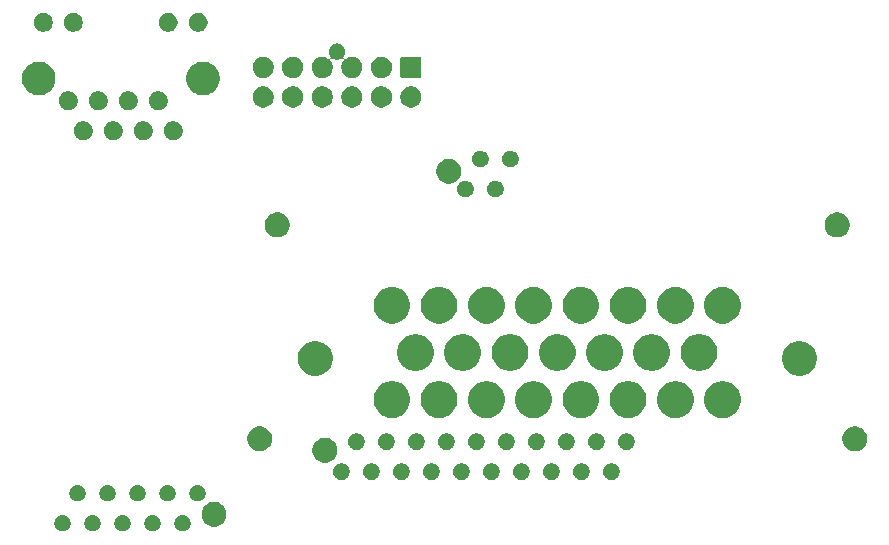
<source format=gts>
G04 #@! TF.GenerationSoftware,KiCad,Pcbnew,5.0.2-bee76a0~70~ubuntu18.04.1*
G04 #@! TF.CreationDate,2019-02-11T21:37:26-05:00*
G04 #@! TF.ProjectId,DR_InterfaceBoard,44525f49-6e74-4657-9266-616365426f61,rev?*
G04 #@! TF.SameCoordinates,Original*
G04 #@! TF.FileFunction,Soldermask,Top*
G04 #@! TF.FilePolarity,Negative*
%FSLAX46Y46*%
G04 Gerber Fmt 4.6, Leading zero omitted, Abs format (unit mm)*
G04 Created by KiCad (PCBNEW 5.0.2-bee76a0~70~ubuntu18.04.1) date Mon 11 Feb 2019 09:37:26 PM EST*
%MOMM*%
%LPD*%
G01*
G04 APERTURE LIST*
%ADD10C,0.100000*%
G04 APERTURE END LIST*
D10*
G36*
X35606532Y-73982478D02*
X35734109Y-74035322D01*
X35848925Y-74112040D01*
X35946560Y-74209675D01*
X36023278Y-74324491D01*
X36076122Y-74452068D01*
X36103060Y-74587496D01*
X36103060Y-74725584D01*
X36076122Y-74861012D01*
X36023278Y-74988589D01*
X35946560Y-75103405D01*
X35848925Y-75201040D01*
X35734109Y-75277758D01*
X35606532Y-75330602D01*
X35471104Y-75357540D01*
X35333016Y-75357540D01*
X35197588Y-75330602D01*
X35070011Y-75277758D01*
X34955195Y-75201040D01*
X34857560Y-75103405D01*
X34780842Y-74988589D01*
X34727998Y-74861012D01*
X34701060Y-74725584D01*
X34701060Y-74587496D01*
X34727998Y-74452068D01*
X34780842Y-74324491D01*
X34857560Y-74209675D01*
X34955195Y-74112040D01*
X35070011Y-74035322D01*
X35197588Y-73982478D01*
X35333016Y-73955540D01*
X35471104Y-73955540D01*
X35606532Y-73982478D01*
X35606532Y-73982478D01*
G37*
G36*
X33066532Y-73982478D02*
X33194109Y-74035322D01*
X33308925Y-74112040D01*
X33406560Y-74209675D01*
X33483278Y-74324491D01*
X33536122Y-74452068D01*
X33563060Y-74587496D01*
X33563060Y-74725584D01*
X33536122Y-74861012D01*
X33483278Y-74988589D01*
X33406560Y-75103405D01*
X33308925Y-75201040D01*
X33194109Y-75277758D01*
X33066532Y-75330602D01*
X32931104Y-75357540D01*
X32793016Y-75357540D01*
X32657588Y-75330602D01*
X32530011Y-75277758D01*
X32415195Y-75201040D01*
X32317560Y-75103405D01*
X32240842Y-74988589D01*
X32187998Y-74861012D01*
X32161060Y-74725584D01*
X32161060Y-74587496D01*
X32187998Y-74452068D01*
X32240842Y-74324491D01*
X32317560Y-74209675D01*
X32415195Y-74112040D01*
X32530011Y-74035322D01*
X32657588Y-73982478D01*
X32793016Y-73955540D01*
X32931104Y-73955540D01*
X33066532Y-73982478D01*
X33066532Y-73982478D01*
G37*
G36*
X30526532Y-73982478D02*
X30654109Y-74035322D01*
X30768925Y-74112040D01*
X30866560Y-74209675D01*
X30943278Y-74324491D01*
X30996122Y-74452068D01*
X31023060Y-74587496D01*
X31023060Y-74725584D01*
X30996122Y-74861012D01*
X30943278Y-74988589D01*
X30866560Y-75103405D01*
X30768925Y-75201040D01*
X30654109Y-75277758D01*
X30526532Y-75330602D01*
X30391104Y-75357540D01*
X30253016Y-75357540D01*
X30117588Y-75330602D01*
X29990011Y-75277758D01*
X29875195Y-75201040D01*
X29777560Y-75103405D01*
X29700842Y-74988589D01*
X29647998Y-74861012D01*
X29621060Y-74725584D01*
X29621060Y-74587496D01*
X29647998Y-74452068D01*
X29700842Y-74324491D01*
X29777560Y-74209675D01*
X29875195Y-74112040D01*
X29990011Y-74035322D01*
X30117588Y-73982478D01*
X30253016Y-73955540D01*
X30391104Y-73955540D01*
X30526532Y-73982478D01*
X30526532Y-73982478D01*
G37*
G36*
X25446532Y-73982478D02*
X25574109Y-74035322D01*
X25688925Y-74112040D01*
X25786560Y-74209675D01*
X25863278Y-74324491D01*
X25916122Y-74452068D01*
X25943060Y-74587496D01*
X25943060Y-74725584D01*
X25916122Y-74861012D01*
X25863278Y-74988589D01*
X25786560Y-75103405D01*
X25688925Y-75201040D01*
X25574109Y-75277758D01*
X25446532Y-75330602D01*
X25311104Y-75357540D01*
X25173016Y-75357540D01*
X25037588Y-75330602D01*
X24910011Y-75277758D01*
X24795195Y-75201040D01*
X24697560Y-75103405D01*
X24620842Y-74988589D01*
X24567998Y-74861012D01*
X24541060Y-74725584D01*
X24541060Y-74587496D01*
X24567998Y-74452068D01*
X24620842Y-74324491D01*
X24697560Y-74209675D01*
X24795195Y-74112040D01*
X24910011Y-74035322D01*
X25037588Y-73982478D01*
X25173016Y-73955540D01*
X25311104Y-73955540D01*
X25446532Y-73982478D01*
X25446532Y-73982478D01*
G37*
G36*
X27986532Y-73982478D02*
X28114109Y-74035322D01*
X28228925Y-74112040D01*
X28326560Y-74209675D01*
X28403278Y-74324491D01*
X28456122Y-74452068D01*
X28483060Y-74587496D01*
X28483060Y-74725584D01*
X28456122Y-74861012D01*
X28403278Y-74988589D01*
X28326560Y-75103405D01*
X28228925Y-75201040D01*
X28114109Y-75277758D01*
X27986532Y-75330602D01*
X27851104Y-75357540D01*
X27713016Y-75357540D01*
X27577588Y-75330602D01*
X27450011Y-75277758D01*
X27335195Y-75201040D01*
X27237560Y-75103405D01*
X27160842Y-74988589D01*
X27107998Y-74861012D01*
X27081060Y-74725584D01*
X27081060Y-74587496D01*
X27107998Y-74452068D01*
X27160842Y-74324491D01*
X27237560Y-74209675D01*
X27335195Y-74112040D01*
X27450011Y-74035322D01*
X27577588Y-73982478D01*
X27713016Y-73955540D01*
X27851104Y-73955540D01*
X27986532Y-73982478D01*
X27986532Y-73982478D01*
G37*
G36*
X38378625Y-72905929D02*
X38569894Y-72985155D01*
X38742036Y-73100177D01*
X38888423Y-73246564D01*
X39003445Y-73418706D01*
X39082671Y-73609975D01*
X39123060Y-73813024D01*
X39123060Y-74020056D01*
X39082671Y-74223105D01*
X39003445Y-74414374D01*
X38888423Y-74586516D01*
X38742036Y-74732903D01*
X38569894Y-74847925D01*
X38378625Y-74927151D01*
X38175576Y-74967540D01*
X37968544Y-74967540D01*
X37765495Y-74927151D01*
X37574226Y-74847925D01*
X37402084Y-74732903D01*
X37255697Y-74586516D01*
X37140675Y-74414374D01*
X37061449Y-74223105D01*
X37021060Y-74020056D01*
X37021060Y-73813024D01*
X37061449Y-73609975D01*
X37140675Y-73418706D01*
X37255697Y-73246564D01*
X37402084Y-73100177D01*
X37574226Y-72985155D01*
X37765495Y-72905929D01*
X37968544Y-72865540D01*
X38175576Y-72865540D01*
X38378625Y-72905929D01*
X38378625Y-72905929D01*
G37*
G36*
X31796532Y-71442478D02*
X31924109Y-71495322D01*
X32038925Y-71572040D01*
X32136560Y-71669675D01*
X32213278Y-71784491D01*
X32266122Y-71912068D01*
X32293060Y-72047496D01*
X32293060Y-72185584D01*
X32266122Y-72321012D01*
X32213278Y-72448589D01*
X32136560Y-72563405D01*
X32038925Y-72661040D01*
X31924109Y-72737758D01*
X31796532Y-72790602D01*
X31661104Y-72817540D01*
X31523016Y-72817540D01*
X31387588Y-72790602D01*
X31260011Y-72737758D01*
X31145195Y-72661040D01*
X31047560Y-72563405D01*
X30970842Y-72448589D01*
X30917998Y-72321012D01*
X30891060Y-72185584D01*
X30891060Y-72047496D01*
X30917998Y-71912068D01*
X30970842Y-71784491D01*
X31047560Y-71669675D01*
X31145195Y-71572040D01*
X31260011Y-71495322D01*
X31387588Y-71442478D01*
X31523016Y-71415540D01*
X31661104Y-71415540D01*
X31796532Y-71442478D01*
X31796532Y-71442478D01*
G37*
G36*
X34336532Y-71442478D02*
X34464109Y-71495322D01*
X34578925Y-71572040D01*
X34676560Y-71669675D01*
X34753278Y-71784491D01*
X34806122Y-71912068D01*
X34833060Y-72047496D01*
X34833060Y-72185584D01*
X34806122Y-72321012D01*
X34753278Y-72448589D01*
X34676560Y-72563405D01*
X34578925Y-72661040D01*
X34464109Y-72737758D01*
X34336532Y-72790602D01*
X34201104Y-72817540D01*
X34063016Y-72817540D01*
X33927588Y-72790602D01*
X33800011Y-72737758D01*
X33685195Y-72661040D01*
X33587560Y-72563405D01*
X33510842Y-72448589D01*
X33457998Y-72321012D01*
X33431060Y-72185584D01*
X33431060Y-72047496D01*
X33457998Y-71912068D01*
X33510842Y-71784491D01*
X33587560Y-71669675D01*
X33685195Y-71572040D01*
X33800011Y-71495322D01*
X33927588Y-71442478D01*
X34063016Y-71415540D01*
X34201104Y-71415540D01*
X34336532Y-71442478D01*
X34336532Y-71442478D01*
G37*
G36*
X36876532Y-71442478D02*
X37004109Y-71495322D01*
X37118925Y-71572040D01*
X37216560Y-71669675D01*
X37293278Y-71784491D01*
X37346122Y-71912068D01*
X37373060Y-72047496D01*
X37373060Y-72185584D01*
X37346122Y-72321012D01*
X37293278Y-72448589D01*
X37216560Y-72563405D01*
X37118925Y-72661040D01*
X37004109Y-72737758D01*
X36876532Y-72790602D01*
X36741104Y-72817540D01*
X36603016Y-72817540D01*
X36467588Y-72790602D01*
X36340011Y-72737758D01*
X36225195Y-72661040D01*
X36127560Y-72563405D01*
X36050842Y-72448589D01*
X35997998Y-72321012D01*
X35971060Y-72185584D01*
X35971060Y-72047496D01*
X35997998Y-71912068D01*
X36050842Y-71784491D01*
X36127560Y-71669675D01*
X36225195Y-71572040D01*
X36340011Y-71495322D01*
X36467588Y-71442478D01*
X36603016Y-71415540D01*
X36741104Y-71415540D01*
X36876532Y-71442478D01*
X36876532Y-71442478D01*
G37*
G36*
X29256532Y-71442478D02*
X29384109Y-71495322D01*
X29498925Y-71572040D01*
X29596560Y-71669675D01*
X29673278Y-71784491D01*
X29726122Y-71912068D01*
X29753060Y-72047496D01*
X29753060Y-72185584D01*
X29726122Y-72321012D01*
X29673278Y-72448589D01*
X29596560Y-72563405D01*
X29498925Y-72661040D01*
X29384109Y-72737758D01*
X29256532Y-72790602D01*
X29121104Y-72817540D01*
X28983016Y-72817540D01*
X28847588Y-72790602D01*
X28720011Y-72737758D01*
X28605195Y-72661040D01*
X28507560Y-72563405D01*
X28430842Y-72448589D01*
X28377998Y-72321012D01*
X28351060Y-72185584D01*
X28351060Y-72047496D01*
X28377998Y-71912068D01*
X28430842Y-71784491D01*
X28507560Y-71669675D01*
X28605195Y-71572040D01*
X28720011Y-71495322D01*
X28847588Y-71442478D01*
X28983016Y-71415540D01*
X29121104Y-71415540D01*
X29256532Y-71442478D01*
X29256532Y-71442478D01*
G37*
G36*
X26716532Y-71442478D02*
X26844109Y-71495322D01*
X26958925Y-71572040D01*
X27056560Y-71669675D01*
X27133278Y-71784491D01*
X27186122Y-71912068D01*
X27213060Y-72047496D01*
X27213060Y-72185584D01*
X27186122Y-72321012D01*
X27133278Y-72448589D01*
X27056560Y-72563405D01*
X26958925Y-72661040D01*
X26844109Y-72737758D01*
X26716532Y-72790602D01*
X26581104Y-72817540D01*
X26443016Y-72817540D01*
X26307588Y-72790602D01*
X26180011Y-72737758D01*
X26065195Y-72661040D01*
X25967560Y-72563405D01*
X25890842Y-72448589D01*
X25837998Y-72321012D01*
X25811060Y-72185584D01*
X25811060Y-72047496D01*
X25837998Y-71912068D01*
X25890842Y-71784491D01*
X25967560Y-71669675D01*
X26065195Y-71572040D01*
X26180011Y-71495322D01*
X26307588Y-71442478D01*
X26443016Y-71415540D01*
X26581104Y-71415540D01*
X26716532Y-71442478D01*
X26716532Y-71442478D01*
G37*
G36*
X69386002Y-69615678D02*
X69513579Y-69668522D01*
X69628395Y-69745240D01*
X69726030Y-69842875D01*
X69802748Y-69957691D01*
X69855592Y-70085268D01*
X69882530Y-70220696D01*
X69882530Y-70358784D01*
X69855592Y-70494212D01*
X69802748Y-70621789D01*
X69726030Y-70736605D01*
X69628395Y-70834240D01*
X69513579Y-70910958D01*
X69386002Y-70963802D01*
X69250574Y-70990740D01*
X69112486Y-70990740D01*
X68977058Y-70963802D01*
X68849481Y-70910958D01*
X68734665Y-70834240D01*
X68637030Y-70736605D01*
X68560312Y-70621789D01*
X68507468Y-70494212D01*
X68480530Y-70358784D01*
X68480530Y-70220696D01*
X68507468Y-70085268D01*
X68560312Y-69957691D01*
X68637030Y-69842875D01*
X68734665Y-69745240D01*
X68849481Y-69668522D01*
X68977058Y-69615678D01*
X69112486Y-69588740D01*
X69250574Y-69588740D01*
X69386002Y-69615678D01*
X69386002Y-69615678D01*
G37*
G36*
X59226002Y-69615678D02*
X59353579Y-69668522D01*
X59468395Y-69745240D01*
X59566030Y-69842875D01*
X59642748Y-69957691D01*
X59695592Y-70085268D01*
X59722530Y-70220696D01*
X59722530Y-70358784D01*
X59695592Y-70494212D01*
X59642748Y-70621789D01*
X59566030Y-70736605D01*
X59468395Y-70834240D01*
X59353579Y-70910958D01*
X59226002Y-70963802D01*
X59090574Y-70990740D01*
X58952486Y-70990740D01*
X58817058Y-70963802D01*
X58689481Y-70910958D01*
X58574665Y-70834240D01*
X58477030Y-70736605D01*
X58400312Y-70621789D01*
X58347468Y-70494212D01*
X58320530Y-70358784D01*
X58320530Y-70220696D01*
X58347468Y-70085268D01*
X58400312Y-69957691D01*
X58477030Y-69842875D01*
X58574665Y-69745240D01*
X58689481Y-69668522D01*
X58817058Y-69615678D01*
X58952486Y-69588740D01*
X59090574Y-69588740D01*
X59226002Y-69615678D01*
X59226002Y-69615678D01*
G37*
G36*
X61766002Y-69615678D02*
X61893579Y-69668522D01*
X62008395Y-69745240D01*
X62106030Y-69842875D01*
X62182748Y-69957691D01*
X62235592Y-70085268D01*
X62262530Y-70220696D01*
X62262530Y-70358784D01*
X62235592Y-70494212D01*
X62182748Y-70621789D01*
X62106030Y-70736605D01*
X62008395Y-70834240D01*
X61893579Y-70910958D01*
X61766002Y-70963802D01*
X61630574Y-70990740D01*
X61492486Y-70990740D01*
X61357058Y-70963802D01*
X61229481Y-70910958D01*
X61114665Y-70834240D01*
X61017030Y-70736605D01*
X60940312Y-70621789D01*
X60887468Y-70494212D01*
X60860530Y-70358784D01*
X60860530Y-70220696D01*
X60887468Y-70085268D01*
X60940312Y-69957691D01*
X61017030Y-69842875D01*
X61114665Y-69745240D01*
X61229481Y-69668522D01*
X61357058Y-69615678D01*
X61492486Y-69588740D01*
X61630574Y-69588740D01*
X61766002Y-69615678D01*
X61766002Y-69615678D01*
G37*
G36*
X64306002Y-69615678D02*
X64433579Y-69668522D01*
X64548395Y-69745240D01*
X64646030Y-69842875D01*
X64722748Y-69957691D01*
X64775592Y-70085268D01*
X64802530Y-70220696D01*
X64802530Y-70358784D01*
X64775592Y-70494212D01*
X64722748Y-70621789D01*
X64646030Y-70736605D01*
X64548395Y-70834240D01*
X64433579Y-70910958D01*
X64306002Y-70963802D01*
X64170574Y-70990740D01*
X64032486Y-70990740D01*
X63897058Y-70963802D01*
X63769481Y-70910958D01*
X63654665Y-70834240D01*
X63557030Y-70736605D01*
X63480312Y-70621789D01*
X63427468Y-70494212D01*
X63400530Y-70358784D01*
X63400530Y-70220696D01*
X63427468Y-70085268D01*
X63480312Y-69957691D01*
X63557030Y-69842875D01*
X63654665Y-69745240D01*
X63769481Y-69668522D01*
X63897058Y-69615678D01*
X64032486Y-69588740D01*
X64170574Y-69588740D01*
X64306002Y-69615678D01*
X64306002Y-69615678D01*
G37*
G36*
X66846002Y-69615678D02*
X66973579Y-69668522D01*
X67088395Y-69745240D01*
X67186030Y-69842875D01*
X67262748Y-69957691D01*
X67315592Y-70085268D01*
X67342530Y-70220696D01*
X67342530Y-70358784D01*
X67315592Y-70494212D01*
X67262748Y-70621789D01*
X67186030Y-70736605D01*
X67088395Y-70834240D01*
X66973579Y-70910958D01*
X66846002Y-70963802D01*
X66710574Y-70990740D01*
X66572486Y-70990740D01*
X66437058Y-70963802D01*
X66309481Y-70910958D01*
X66194665Y-70834240D01*
X66097030Y-70736605D01*
X66020312Y-70621789D01*
X65967468Y-70494212D01*
X65940530Y-70358784D01*
X65940530Y-70220696D01*
X65967468Y-70085268D01*
X66020312Y-69957691D01*
X66097030Y-69842875D01*
X66194665Y-69745240D01*
X66309481Y-69668522D01*
X66437058Y-69615678D01*
X66572486Y-69588740D01*
X66710574Y-69588740D01*
X66846002Y-69615678D01*
X66846002Y-69615678D01*
G37*
G36*
X71926002Y-69615678D02*
X72053579Y-69668522D01*
X72168395Y-69745240D01*
X72266030Y-69842875D01*
X72342748Y-69957691D01*
X72395592Y-70085268D01*
X72422530Y-70220696D01*
X72422530Y-70358784D01*
X72395592Y-70494212D01*
X72342748Y-70621789D01*
X72266030Y-70736605D01*
X72168395Y-70834240D01*
X72053579Y-70910958D01*
X71926002Y-70963802D01*
X71790574Y-70990740D01*
X71652486Y-70990740D01*
X71517058Y-70963802D01*
X71389481Y-70910958D01*
X71274665Y-70834240D01*
X71177030Y-70736605D01*
X71100312Y-70621789D01*
X71047468Y-70494212D01*
X71020530Y-70358784D01*
X71020530Y-70220696D01*
X71047468Y-70085268D01*
X71100312Y-69957691D01*
X71177030Y-69842875D01*
X71274665Y-69745240D01*
X71389481Y-69668522D01*
X71517058Y-69615678D01*
X71652486Y-69588740D01*
X71790574Y-69588740D01*
X71926002Y-69615678D01*
X71926002Y-69615678D01*
G37*
G36*
X54146002Y-69615678D02*
X54273579Y-69668522D01*
X54388395Y-69745240D01*
X54486030Y-69842875D01*
X54562748Y-69957691D01*
X54615592Y-70085268D01*
X54642530Y-70220696D01*
X54642530Y-70358784D01*
X54615592Y-70494212D01*
X54562748Y-70621789D01*
X54486030Y-70736605D01*
X54388395Y-70834240D01*
X54273579Y-70910958D01*
X54146002Y-70963802D01*
X54010574Y-70990740D01*
X53872486Y-70990740D01*
X53737058Y-70963802D01*
X53609481Y-70910958D01*
X53494665Y-70834240D01*
X53397030Y-70736605D01*
X53320312Y-70621789D01*
X53267468Y-70494212D01*
X53240530Y-70358784D01*
X53240530Y-70220696D01*
X53267468Y-70085268D01*
X53320312Y-69957691D01*
X53397030Y-69842875D01*
X53494665Y-69745240D01*
X53609481Y-69668522D01*
X53737058Y-69615678D01*
X53872486Y-69588740D01*
X54010574Y-69588740D01*
X54146002Y-69615678D01*
X54146002Y-69615678D01*
G37*
G36*
X51606002Y-69615678D02*
X51733579Y-69668522D01*
X51848395Y-69745240D01*
X51946030Y-69842875D01*
X52022748Y-69957691D01*
X52075592Y-70085268D01*
X52102530Y-70220696D01*
X52102530Y-70358784D01*
X52075592Y-70494212D01*
X52022748Y-70621789D01*
X51946030Y-70736605D01*
X51848395Y-70834240D01*
X51733579Y-70910958D01*
X51606002Y-70963802D01*
X51470574Y-70990740D01*
X51332486Y-70990740D01*
X51197058Y-70963802D01*
X51069481Y-70910958D01*
X50954665Y-70834240D01*
X50857030Y-70736605D01*
X50780312Y-70621789D01*
X50727468Y-70494212D01*
X50700530Y-70358784D01*
X50700530Y-70220696D01*
X50727468Y-70085268D01*
X50780312Y-69957691D01*
X50857030Y-69842875D01*
X50954665Y-69745240D01*
X51069481Y-69668522D01*
X51197058Y-69615678D01*
X51332486Y-69588740D01*
X51470574Y-69588740D01*
X51606002Y-69615678D01*
X51606002Y-69615678D01*
G37*
G36*
X49066002Y-69615678D02*
X49193579Y-69668522D01*
X49308395Y-69745240D01*
X49406030Y-69842875D01*
X49482748Y-69957691D01*
X49535592Y-70085268D01*
X49562530Y-70220696D01*
X49562530Y-70358784D01*
X49535592Y-70494212D01*
X49482748Y-70621789D01*
X49406030Y-70736605D01*
X49308395Y-70834240D01*
X49193579Y-70910958D01*
X49066002Y-70963802D01*
X48930574Y-70990740D01*
X48792486Y-70990740D01*
X48657058Y-70963802D01*
X48529481Y-70910958D01*
X48414665Y-70834240D01*
X48317030Y-70736605D01*
X48240312Y-70621789D01*
X48187468Y-70494212D01*
X48160530Y-70358784D01*
X48160530Y-70220696D01*
X48187468Y-70085268D01*
X48240312Y-69957691D01*
X48317030Y-69842875D01*
X48414665Y-69745240D01*
X48529481Y-69668522D01*
X48657058Y-69615678D01*
X48792486Y-69588740D01*
X48930574Y-69588740D01*
X49066002Y-69615678D01*
X49066002Y-69615678D01*
G37*
G36*
X56686002Y-69615678D02*
X56813579Y-69668522D01*
X56928395Y-69745240D01*
X57026030Y-69842875D01*
X57102748Y-69957691D01*
X57155592Y-70085268D01*
X57182530Y-70220696D01*
X57182530Y-70358784D01*
X57155592Y-70494212D01*
X57102748Y-70621789D01*
X57026030Y-70736605D01*
X56928395Y-70834240D01*
X56813579Y-70910958D01*
X56686002Y-70963802D01*
X56550574Y-70990740D01*
X56412486Y-70990740D01*
X56277058Y-70963802D01*
X56149481Y-70910958D01*
X56034665Y-70834240D01*
X55937030Y-70736605D01*
X55860312Y-70621789D01*
X55807468Y-70494212D01*
X55780530Y-70358784D01*
X55780530Y-70220696D01*
X55807468Y-70085268D01*
X55860312Y-69957691D01*
X55937030Y-69842875D01*
X56034665Y-69745240D01*
X56149481Y-69668522D01*
X56277058Y-69615678D01*
X56412486Y-69588740D01*
X56550574Y-69588740D01*
X56686002Y-69615678D01*
X56686002Y-69615678D01*
G37*
G36*
X47768095Y-67479129D02*
X47959364Y-67558355D01*
X48131506Y-67673377D01*
X48277893Y-67819764D01*
X48392915Y-67991906D01*
X48472141Y-68183175D01*
X48512530Y-68386224D01*
X48512530Y-68593256D01*
X48472141Y-68796305D01*
X48392915Y-68987574D01*
X48277893Y-69159716D01*
X48131506Y-69306103D01*
X47959364Y-69421125D01*
X47768095Y-69500351D01*
X47565046Y-69540740D01*
X47358014Y-69540740D01*
X47154965Y-69500351D01*
X46963696Y-69421125D01*
X46791554Y-69306103D01*
X46645167Y-69159716D01*
X46530145Y-68987574D01*
X46450919Y-68796305D01*
X46410530Y-68593256D01*
X46410530Y-68386224D01*
X46450919Y-68183175D01*
X46530145Y-67991906D01*
X46645167Y-67819764D01*
X46791554Y-67673377D01*
X46963696Y-67558355D01*
X47154965Y-67479129D01*
X47358014Y-67438740D01*
X47565046Y-67438740D01*
X47768095Y-67479129D01*
X47768095Y-67479129D01*
G37*
G36*
X42236565Y-66495389D02*
X42427834Y-66574615D01*
X42599976Y-66689637D01*
X42746363Y-66836024D01*
X42861385Y-67008166D01*
X42940611Y-67199435D01*
X42981000Y-67402484D01*
X42981000Y-67609516D01*
X42940611Y-67812565D01*
X42861385Y-68003834D01*
X42746363Y-68175976D01*
X42599976Y-68322363D01*
X42427834Y-68437385D01*
X42236565Y-68516611D01*
X42033516Y-68557000D01*
X41826484Y-68557000D01*
X41623435Y-68516611D01*
X41432166Y-68437385D01*
X41260024Y-68322363D01*
X41113637Y-68175976D01*
X40998615Y-68003834D01*
X40919389Y-67812565D01*
X40879000Y-67609516D01*
X40879000Y-67402484D01*
X40919389Y-67199435D01*
X40998615Y-67008166D01*
X41113637Y-66836024D01*
X41260024Y-66689637D01*
X41432166Y-66574615D01*
X41623435Y-66495389D01*
X41826484Y-66455000D01*
X42033516Y-66455000D01*
X42236565Y-66495389D01*
X42236565Y-66495389D01*
G37*
G36*
X92636565Y-66495389D02*
X92827834Y-66574615D01*
X92999976Y-66689637D01*
X93146363Y-66836024D01*
X93261385Y-67008166D01*
X93340611Y-67199435D01*
X93381000Y-67402484D01*
X93381000Y-67609516D01*
X93340611Y-67812565D01*
X93261385Y-68003834D01*
X93146363Y-68175976D01*
X92999976Y-68322363D01*
X92827834Y-68437385D01*
X92636565Y-68516611D01*
X92433516Y-68557000D01*
X92226484Y-68557000D01*
X92023435Y-68516611D01*
X91832166Y-68437385D01*
X91660024Y-68322363D01*
X91513637Y-68175976D01*
X91398615Y-68003834D01*
X91319389Y-67812565D01*
X91279000Y-67609516D01*
X91279000Y-67402484D01*
X91319389Y-67199435D01*
X91398615Y-67008166D01*
X91513637Y-66836024D01*
X91660024Y-66689637D01*
X91832166Y-66574615D01*
X92023435Y-66495389D01*
X92226484Y-66455000D01*
X92433516Y-66455000D01*
X92636565Y-66495389D01*
X92636565Y-66495389D01*
G37*
G36*
X60496002Y-67075678D02*
X60623579Y-67128522D01*
X60738395Y-67205240D01*
X60836030Y-67302875D01*
X60912748Y-67417691D01*
X60965592Y-67545268D01*
X60992530Y-67680696D01*
X60992530Y-67818784D01*
X60965592Y-67954212D01*
X60912748Y-68081789D01*
X60836030Y-68196605D01*
X60738395Y-68294240D01*
X60623579Y-68370958D01*
X60496002Y-68423802D01*
X60360574Y-68450740D01*
X60222486Y-68450740D01*
X60087058Y-68423802D01*
X59959481Y-68370958D01*
X59844665Y-68294240D01*
X59747030Y-68196605D01*
X59670312Y-68081789D01*
X59617468Y-67954212D01*
X59590530Y-67818784D01*
X59590530Y-67680696D01*
X59617468Y-67545268D01*
X59670312Y-67417691D01*
X59747030Y-67302875D01*
X59844665Y-67205240D01*
X59959481Y-67128522D01*
X60087058Y-67075678D01*
X60222486Y-67048740D01*
X60360574Y-67048740D01*
X60496002Y-67075678D01*
X60496002Y-67075678D01*
G37*
G36*
X57956002Y-67075678D02*
X58083579Y-67128522D01*
X58198395Y-67205240D01*
X58296030Y-67302875D01*
X58372748Y-67417691D01*
X58425592Y-67545268D01*
X58452530Y-67680696D01*
X58452530Y-67818784D01*
X58425592Y-67954212D01*
X58372748Y-68081789D01*
X58296030Y-68196605D01*
X58198395Y-68294240D01*
X58083579Y-68370958D01*
X57956002Y-68423802D01*
X57820574Y-68450740D01*
X57682486Y-68450740D01*
X57547058Y-68423802D01*
X57419481Y-68370958D01*
X57304665Y-68294240D01*
X57207030Y-68196605D01*
X57130312Y-68081789D01*
X57077468Y-67954212D01*
X57050530Y-67818784D01*
X57050530Y-67680696D01*
X57077468Y-67545268D01*
X57130312Y-67417691D01*
X57207030Y-67302875D01*
X57304665Y-67205240D01*
X57419481Y-67128522D01*
X57547058Y-67075678D01*
X57682486Y-67048740D01*
X57820574Y-67048740D01*
X57956002Y-67075678D01*
X57956002Y-67075678D01*
G37*
G36*
X65576002Y-67075678D02*
X65703579Y-67128522D01*
X65818395Y-67205240D01*
X65916030Y-67302875D01*
X65992748Y-67417691D01*
X66045592Y-67545268D01*
X66072530Y-67680696D01*
X66072530Y-67818784D01*
X66045592Y-67954212D01*
X65992748Y-68081789D01*
X65916030Y-68196605D01*
X65818395Y-68294240D01*
X65703579Y-68370958D01*
X65576002Y-68423802D01*
X65440574Y-68450740D01*
X65302486Y-68450740D01*
X65167058Y-68423802D01*
X65039481Y-68370958D01*
X64924665Y-68294240D01*
X64827030Y-68196605D01*
X64750312Y-68081789D01*
X64697468Y-67954212D01*
X64670530Y-67818784D01*
X64670530Y-67680696D01*
X64697468Y-67545268D01*
X64750312Y-67417691D01*
X64827030Y-67302875D01*
X64924665Y-67205240D01*
X65039481Y-67128522D01*
X65167058Y-67075678D01*
X65302486Y-67048740D01*
X65440574Y-67048740D01*
X65576002Y-67075678D01*
X65576002Y-67075678D01*
G37*
G36*
X68116002Y-67075678D02*
X68243579Y-67128522D01*
X68358395Y-67205240D01*
X68456030Y-67302875D01*
X68532748Y-67417691D01*
X68585592Y-67545268D01*
X68612530Y-67680696D01*
X68612530Y-67818784D01*
X68585592Y-67954212D01*
X68532748Y-68081789D01*
X68456030Y-68196605D01*
X68358395Y-68294240D01*
X68243579Y-68370958D01*
X68116002Y-68423802D01*
X67980574Y-68450740D01*
X67842486Y-68450740D01*
X67707058Y-68423802D01*
X67579481Y-68370958D01*
X67464665Y-68294240D01*
X67367030Y-68196605D01*
X67290312Y-68081789D01*
X67237468Y-67954212D01*
X67210530Y-67818784D01*
X67210530Y-67680696D01*
X67237468Y-67545268D01*
X67290312Y-67417691D01*
X67367030Y-67302875D01*
X67464665Y-67205240D01*
X67579481Y-67128522D01*
X67707058Y-67075678D01*
X67842486Y-67048740D01*
X67980574Y-67048740D01*
X68116002Y-67075678D01*
X68116002Y-67075678D01*
G37*
G36*
X63036002Y-67075678D02*
X63163579Y-67128522D01*
X63278395Y-67205240D01*
X63376030Y-67302875D01*
X63452748Y-67417691D01*
X63505592Y-67545268D01*
X63532530Y-67680696D01*
X63532530Y-67818784D01*
X63505592Y-67954212D01*
X63452748Y-68081789D01*
X63376030Y-68196605D01*
X63278395Y-68294240D01*
X63163579Y-68370958D01*
X63036002Y-68423802D01*
X62900574Y-68450740D01*
X62762486Y-68450740D01*
X62627058Y-68423802D01*
X62499481Y-68370958D01*
X62384665Y-68294240D01*
X62287030Y-68196605D01*
X62210312Y-68081789D01*
X62157468Y-67954212D01*
X62130530Y-67818784D01*
X62130530Y-67680696D01*
X62157468Y-67545268D01*
X62210312Y-67417691D01*
X62287030Y-67302875D01*
X62384665Y-67205240D01*
X62499481Y-67128522D01*
X62627058Y-67075678D01*
X62762486Y-67048740D01*
X62900574Y-67048740D01*
X63036002Y-67075678D01*
X63036002Y-67075678D01*
G37*
G36*
X50336002Y-67075678D02*
X50463579Y-67128522D01*
X50578395Y-67205240D01*
X50676030Y-67302875D01*
X50752748Y-67417691D01*
X50805592Y-67545268D01*
X50832530Y-67680696D01*
X50832530Y-67818784D01*
X50805592Y-67954212D01*
X50752748Y-68081789D01*
X50676030Y-68196605D01*
X50578395Y-68294240D01*
X50463579Y-68370958D01*
X50336002Y-68423802D01*
X50200574Y-68450740D01*
X50062486Y-68450740D01*
X49927058Y-68423802D01*
X49799481Y-68370958D01*
X49684665Y-68294240D01*
X49587030Y-68196605D01*
X49510312Y-68081789D01*
X49457468Y-67954212D01*
X49430530Y-67818784D01*
X49430530Y-67680696D01*
X49457468Y-67545268D01*
X49510312Y-67417691D01*
X49587030Y-67302875D01*
X49684665Y-67205240D01*
X49799481Y-67128522D01*
X49927058Y-67075678D01*
X50062486Y-67048740D01*
X50200574Y-67048740D01*
X50336002Y-67075678D01*
X50336002Y-67075678D01*
G37*
G36*
X52876002Y-67075678D02*
X53003579Y-67128522D01*
X53118395Y-67205240D01*
X53216030Y-67302875D01*
X53292748Y-67417691D01*
X53345592Y-67545268D01*
X53372530Y-67680696D01*
X53372530Y-67818784D01*
X53345592Y-67954212D01*
X53292748Y-68081789D01*
X53216030Y-68196605D01*
X53118395Y-68294240D01*
X53003579Y-68370958D01*
X52876002Y-68423802D01*
X52740574Y-68450740D01*
X52602486Y-68450740D01*
X52467058Y-68423802D01*
X52339481Y-68370958D01*
X52224665Y-68294240D01*
X52127030Y-68196605D01*
X52050312Y-68081789D01*
X51997468Y-67954212D01*
X51970530Y-67818784D01*
X51970530Y-67680696D01*
X51997468Y-67545268D01*
X52050312Y-67417691D01*
X52127030Y-67302875D01*
X52224665Y-67205240D01*
X52339481Y-67128522D01*
X52467058Y-67075678D01*
X52602486Y-67048740D01*
X52740574Y-67048740D01*
X52876002Y-67075678D01*
X52876002Y-67075678D01*
G37*
G36*
X55416002Y-67075678D02*
X55543579Y-67128522D01*
X55658395Y-67205240D01*
X55756030Y-67302875D01*
X55832748Y-67417691D01*
X55885592Y-67545268D01*
X55912530Y-67680696D01*
X55912530Y-67818784D01*
X55885592Y-67954212D01*
X55832748Y-68081789D01*
X55756030Y-68196605D01*
X55658395Y-68294240D01*
X55543579Y-68370958D01*
X55416002Y-68423802D01*
X55280574Y-68450740D01*
X55142486Y-68450740D01*
X55007058Y-68423802D01*
X54879481Y-68370958D01*
X54764665Y-68294240D01*
X54667030Y-68196605D01*
X54590312Y-68081789D01*
X54537468Y-67954212D01*
X54510530Y-67818784D01*
X54510530Y-67680696D01*
X54537468Y-67545268D01*
X54590312Y-67417691D01*
X54667030Y-67302875D01*
X54764665Y-67205240D01*
X54879481Y-67128522D01*
X55007058Y-67075678D01*
X55142486Y-67048740D01*
X55280574Y-67048740D01*
X55416002Y-67075678D01*
X55416002Y-67075678D01*
G37*
G36*
X73196002Y-67075678D02*
X73323579Y-67128522D01*
X73438395Y-67205240D01*
X73536030Y-67302875D01*
X73612748Y-67417691D01*
X73665592Y-67545268D01*
X73692530Y-67680696D01*
X73692530Y-67818784D01*
X73665592Y-67954212D01*
X73612748Y-68081789D01*
X73536030Y-68196605D01*
X73438395Y-68294240D01*
X73323579Y-68370958D01*
X73196002Y-68423802D01*
X73060574Y-68450740D01*
X72922486Y-68450740D01*
X72787058Y-68423802D01*
X72659481Y-68370958D01*
X72544665Y-68294240D01*
X72447030Y-68196605D01*
X72370312Y-68081789D01*
X72317468Y-67954212D01*
X72290530Y-67818784D01*
X72290530Y-67680696D01*
X72317468Y-67545268D01*
X72370312Y-67417691D01*
X72447030Y-67302875D01*
X72544665Y-67205240D01*
X72659481Y-67128522D01*
X72787058Y-67075678D01*
X72922486Y-67048740D01*
X73060574Y-67048740D01*
X73196002Y-67075678D01*
X73196002Y-67075678D01*
G37*
G36*
X70656002Y-67075678D02*
X70783579Y-67128522D01*
X70898395Y-67205240D01*
X70996030Y-67302875D01*
X71072748Y-67417691D01*
X71125592Y-67545268D01*
X71152530Y-67680696D01*
X71152530Y-67818784D01*
X71125592Y-67954212D01*
X71072748Y-68081789D01*
X70996030Y-68196605D01*
X70898395Y-68294240D01*
X70783579Y-68370958D01*
X70656002Y-68423802D01*
X70520574Y-68450740D01*
X70382486Y-68450740D01*
X70247058Y-68423802D01*
X70119481Y-68370958D01*
X70004665Y-68294240D01*
X69907030Y-68196605D01*
X69830312Y-68081789D01*
X69777468Y-67954212D01*
X69750530Y-67818784D01*
X69750530Y-67680696D01*
X69777468Y-67545268D01*
X69830312Y-67417691D01*
X69907030Y-67302875D01*
X70004665Y-67205240D01*
X70119481Y-67128522D01*
X70247058Y-67075678D01*
X70382486Y-67048740D01*
X70520574Y-67048740D01*
X70656002Y-67075678D01*
X70656002Y-67075678D01*
G37*
G36*
X61482527Y-62694736D02*
X61582410Y-62714604D01*
X61864674Y-62831521D01*
X62118705Y-63001259D01*
X62334741Y-63217295D01*
X62504479Y-63471326D01*
X62621396Y-63753590D01*
X62681000Y-64053240D01*
X62681000Y-64358760D01*
X62621396Y-64658410D01*
X62504479Y-64940674D01*
X62334741Y-65194705D01*
X62118705Y-65410741D01*
X61864674Y-65580479D01*
X61582410Y-65697396D01*
X61482527Y-65717264D01*
X61282762Y-65757000D01*
X60977238Y-65757000D01*
X60777473Y-65717264D01*
X60677590Y-65697396D01*
X60395326Y-65580479D01*
X60141295Y-65410741D01*
X59925259Y-65194705D01*
X59755521Y-64940674D01*
X59638604Y-64658410D01*
X59579000Y-64358760D01*
X59579000Y-64053240D01*
X59638604Y-63753590D01*
X59755521Y-63471326D01*
X59925259Y-63217295D01*
X60141295Y-63001259D01*
X60395326Y-62831521D01*
X60677590Y-62714604D01*
X60777473Y-62694736D01*
X60977238Y-62655000D01*
X61282762Y-62655000D01*
X61482527Y-62694736D01*
X61482527Y-62694736D01*
G37*
G36*
X81482527Y-62694736D02*
X81582410Y-62714604D01*
X81864674Y-62831521D01*
X82118705Y-63001259D01*
X82334741Y-63217295D01*
X82504479Y-63471326D01*
X82621396Y-63753590D01*
X82681000Y-64053240D01*
X82681000Y-64358760D01*
X82621396Y-64658410D01*
X82504479Y-64940674D01*
X82334741Y-65194705D01*
X82118705Y-65410741D01*
X81864674Y-65580479D01*
X81582410Y-65697396D01*
X81482527Y-65717264D01*
X81282762Y-65757000D01*
X80977238Y-65757000D01*
X80777473Y-65717264D01*
X80677590Y-65697396D01*
X80395326Y-65580479D01*
X80141295Y-65410741D01*
X79925259Y-65194705D01*
X79755521Y-64940674D01*
X79638604Y-64658410D01*
X79579000Y-64358760D01*
X79579000Y-64053240D01*
X79638604Y-63753590D01*
X79755521Y-63471326D01*
X79925259Y-63217295D01*
X80141295Y-63001259D01*
X80395326Y-62831521D01*
X80677590Y-62714604D01*
X80777473Y-62694736D01*
X80977238Y-62655000D01*
X81282762Y-62655000D01*
X81482527Y-62694736D01*
X81482527Y-62694736D01*
G37*
G36*
X69482527Y-62694736D02*
X69582410Y-62714604D01*
X69864674Y-62831521D01*
X70118705Y-63001259D01*
X70334741Y-63217295D01*
X70504479Y-63471326D01*
X70621396Y-63753590D01*
X70681000Y-64053240D01*
X70681000Y-64358760D01*
X70621396Y-64658410D01*
X70504479Y-64940674D01*
X70334741Y-65194705D01*
X70118705Y-65410741D01*
X69864674Y-65580479D01*
X69582410Y-65697396D01*
X69482527Y-65717264D01*
X69282762Y-65757000D01*
X68977238Y-65757000D01*
X68777473Y-65717264D01*
X68677590Y-65697396D01*
X68395326Y-65580479D01*
X68141295Y-65410741D01*
X67925259Y-65194705D01*
X67755521Y-64940674D01*
X67638604Y-64658410D01*
X67579000Y-64358760D01*
X67579000Y-64053240D01*
X67638604Y-63753590D01*
X67755521Y-63471326D01*
X67925259Y-63217295D01*
X68141295Y-63001259D01*
X68395326Y-62831521D01*
X68677590Y-62714604D01*
X68777473Y-62694736D01*
X68977238Y-62655000D01*
X69282762Y-62655000D01*
X69482527Y-62694736D01*
X69482527Y-62694736D01*
G37*
G36*
X65482527Y-62694736D02*
X65582410Y-62714604D01*
X65864674Y-62831521D01*
X66118705Y-63001259D01*
X66334741Y-63217295D01*
X66504479Y-63471326D01*
X66621396Y-63753590D01*
X66681000Y-64053240D01*
X66681000Y-64358760D01*
X66621396Y-64658410D01*
X66504479Y-64940674D01*
X66334741Y-65194705D01*
X66118705Y-65410741D01*
X65864674Y-65580479D01*
X65582410Y-65697396D01*
X65482527Y-65717264D01*
X65282762Y-65757000D01*
X64977238Y-65757000D01*
X64777473Y-65717264D01*
X64677590Y-65697396D01*
X64395326Y-65580479D01*
X64141295Y-65410741D01*
X63925259Y-65194705D01*
X63755521Y-64940674D01*
X63638604Y-64658410D01*
X63579000Y-64358760D01*
X63579000Y-64053240D01*
X63638604Y-63753590D01*
X63755521Y-63471326D01*
X63925259Y-63217295D01*
X64141295Y-63001259D01*
X64395326Y-62831521D01*
X64677590Y-62714604D01*
X64777473Y-62694736D01*
X64977238Y-62655000D01*
X65282762Y-62655000D01*
X65482527Y-62694736D01*
X65482527Y-62694736D01*
G37*
G36*
X57482527Y-62694736D02*
X57582410Y-62714604D01*
X57864674Y-62831521D01*
X58118705Y-63001259D01*
X58334741Y-63217295D01*
X58504479Y-63471326D01*
X58621396Y-63753590D01*
X58681000Y-64053240D01*
X58681000Y-64358760D01*
X58621396Y-64658410D01*
X58504479Y-64940674D01*
X58334741Y-65194705D01*
X58118705Y-65410741D01*
X57864674Y-65580479D01*
X57582410Y-65697396D01*
X57482527Y-65717264D01*
X57282762Y-65757000D01*
X56977238Y-65757000D01*
X56777473Y-65717264D01*
X56677590Y-65697396D01*
X56395326Y-65580479D01*
X56141295Y-65410741D01*
X55925259Y-65194705D01*
X55755521Y-64940674D01*
X55638604Y-64658410D01*
X55579000Y-64358760D01*
X55579000Y-64053240D01*
X55638604Y-63753590D01*
X55755521Y-63471326D01*
X55925259Y-63217295D01*
X56141295Y-63001259D01*
X56395326Y-62831521D01*
X56677590Y-62714604D01*
X56777473Y-62694736D01*
X56977238Y-62655000D01*
X57282762Y-62655000D01*
X57482527Y-62694736D01*
X57482527Y-62694736D01*
G37*
G36*
X73482527Y-62694736D02*
X73582410Y-62714604D01*
X73864674Y-62831521D01*
X74118705Y-63001259D01*
X74334741Y-63217295D01*
X74504479Y-63471326D01*
X74621396Y-63753590D01*
X74681000Y-64053240D01*
X74681000Y-64358760D01*
X74621396Y-64658410D01*
X74504479Y-64940674D01*
X74334741Y-65194705D01*
X74118705Y-65410741D01*
X73864674Y-65580479D01*
X73582410Y-65697396D01*
X73482527Y-65717264D01*
X73282762Y-65757000D01*
X72977238Y-65757000D01*
X72777473Y-65717264D01*
X72677590Y-65697396D01*
X72395326Y-65580479D01*
X72141295Y-65410741D01*
X71925259Y-65194705D01*
X71755521Y-64940674D01*
X71638604Y-64658410D01*
X71579000Y-64358760D01*
X71579000Y-64053240D01*
X71638604Y-63753590D01*
X71755521Y-63471326D01*
X71925259Y-63217295D01*
X72141295Y-63001259D01*
X72395326Y-62831521D01*
X72677590Y-62714604D01*
X72777473Y-62694736D01*
X72977238Y-62655000D01*
X73282762Y-62655000D01*
X73482527Y-62694736D01*
X73482527Y-62694736D01*
G37*
G36*
X77482527Y-62694736D02*
X77582410Y-62714604D01*
X77864674Y-62831521D01*
X78118705Y-63001259D01*
X78334741Y-63217295D01*
X78504479Y-63471326D01*
X78621396Y-63753590D01*
X78681000Y-64053240D01*
X78681000Y-64358760D01*
X78621396Y-64658410D01*
X78504479Y-64940674D01*
X78334741Y-65194705D01*
X78118705Y-65410741D01*
X77864674Y-65580479D01*
X77582410Y-65697396D01*
X77482527Y-65717264D01*
X77282762Y-65757000D01*
X76977238Y-65757000D01*
X76777473Y-65717264D01*
X76677590Y-65697396D01*
X76395326Y-65580479D01*
X76141295Y-65410741D01*
X75925259Y-65194705D01*
X75755521Y-64940674D01*
X75638604Y-64658410D01*
X75579000Y-64358760D01*
X75579000Y-64053240D01*
X75638604Y-63753590D01*
X75755521Y-63471326D01*
X75925259Y-63217295D01*
X76141295Y-63001259D01*
X76395326Y-62831521D01*
X76677590Y-62714604D01*
X76777473Y-62694736D01*
X76977238Y-62655000D01*
X77282762Y-62655000D01*
X77482527Y-62694736D01*
X77482527Y-62694736D01*
G37*
G36*
X53482527Y-62694736D02*
X53582410Y-62714604D01*
X53864674Y-62831521D01*
X54118705Y-63001259D01*
X54334741Y-63217295D01*
X54504479Y-63471326D01*
X54621396Y-63753590D01*
X54681000Y-64053240D01*
X54681000Y-64358760D01*
X54621396Y-64658410D01*
X54504479Y-64940674D01*
X54334741Y-65194705D01*
X54118705Y-65410741D01*
X53864674Y-65580479D01*
X53582410Y-65697396D01*
X53482527Y-65717264D01*
X53282762Y-65757000D01*
X52977238Y-65757000D01*
X52777473Y-65717264D01*
X52677590Y-65697396D01*
X52395326Y-65580479D01*
X52141295Y-65410741D01*
X51925259Y-65194705D01*
X51755521Y-64940674D01*
X51638604Y-64658410D01*
X51579000Y-64358760D01*
X51579000Y-64053240D01*
X51638604Y-63753590D01*
X51755521Y-63471326D01*
X51925259Y-63217295D01*
X52141295Y-63001259D01*
X52395326Y-62831521D01*
X52677590Y-62714604D01*
X52777473Y-62694736D01*
X52977238Y-62655000D01*
X53282762Y-62655000D01*
X53482527Y-62694736D01*
X53482527Y-62694736D01*
G37*
G36*
X47060531Y-59286721D02*
X47329149Y-59397986D01*
X47570898Y-59559518D01*
X47776482Y-59765102D01*
X47938014Y-60006851D01*
X48049279Y-60275469D01*
X48106000Y-60560625D01*
X48106000Y-60851375D01*
X48049279Y-61136531D01*
X47938014Y-61405149D01*
X47776482Y-61646898D01*
X47570898Y-61852482D01*
X47329149Y-62014014D01*
X47060531Y-62125279D01*
X46775375Y-62182000D01*
X46484625Y-62182000D01*
X46199469Y-62125279D01*
X45930851Y-62014014D01*
X45689102Y-61852482D01*
X45483518Y-61646898D01*
X45321986Y-61405149D01*
X45210721Y-61136531D01*
X45154000Y-60851375D01*
X45154000Y-60560625D01*
X45210721Y-60275469D01*
X45321986Y-60006851D01*
X45483518Y-59765102D01*
X45689102Y-59559518D01*
X45930851Y-59397986D01*
X46199469Y-59286721D01*
X46484625Y-59230000D01*
X46775375Y-59230000D01*
X47060531Y-59286721D01*
X47060531Y-59286721D01*
G37*
G36*
X88060531Y-59286721D02*
X88329149Y-59397986D01*
X88570898Y-59559518D01*
X88776482Y-59765102D01*
X88938014Y-60006851D01*
X89049279Y-60275469D01*
X89106000Y-60560625D01*
X89106000Y-60851375D01*
X89049279Y-61136531D01*
X88938014Y-61405149D01*
X88776482Y-61646898D01*
X88570898Y-61852482D01*
X88329149Y-62014014D01*
X88060531Y-62125279D01*
X87775375Y-62182000D01*
X87484625Y-62182000D01*
X87199469Y-62125279D01*
X86930851Y-62014014D01*
X86689102Y-61852482D01*
X86483518Y-61646898D01*
X86321986Y-61405149D01*
X86210721Y-61136531D01*
X86154000Y-60851375D01*
X86154000Y-60560625D01*
X86210721Y-60275469D01*
X86321986Y-60006851D01*
X86483518Y-59765102D01*
X86689102Y-59559518D01*
X86930851Y-59397986D01*
X87199469Y-59286721D01*
X87484625Y-59230000D01*
X87775375Y-59230000D01*
X88060531Y-59286721D01*
X88060531Y-59286721D01*
G37*
G36*
X79482527Y-58694736D02*
X79582410Y-58714604D01*
X79864674Y-58831521D01*
X80118705Y-59001259D01*
X80334741Y-59217295D01*
X80504479Y-59471326D01*
X80621396Y-59753590D01*
X80681000Y-60053240D01*
X80681000Y-60358760D01*
X80621396Y-60658410D01*
X80504479Y-60940674D01*
X80334741Y-61194705D01*
X80118705Y-61410741D01*
X79864674Y-61580479D01*
X79582410Y-61697396D01*
X79482527Y-61717264D01*
X79282762Y-61757000D01*
X78977238Y-61757000D01*
X78777473Y-61717264D01*
X78677590Y-61697396D01*
X78395326Y-61580479D01*
X78141295Y-61410741D01*
X77925259Y-61194705D01*
X77755521Y-60940674D01*
X77638604Y-60658410D01*
X77579000Y-60358760D01*
X77579000Y-60053240D01*
X77638604Y-59753590D01*
X77755521Y-59471326D01*
X77925259Y-59217295D01*
X78141295Y-59001259D01*
X78395326Y-58831521D01*
X78677590Y-58714604D01*
X78777473Y-58694736D01*
X78977238Y-58655000D01*
X79282762Y-58655000D01*
X79482527Y-58694736D01*
X79482527Y-58694736D01*
G37*
G36*
X55482527Y-58694736D02*
X55582410Y-58714604D01*
X55864674Y-58831521D01*
X56118705Y-59001259D01*
X56334741Y-59217295D01*
X56504479Y-59471326D01*
X56621396Y-59753590D01*
X56681000Y-60053240D01*
X56681000Y-60358760D01*
X56621396Y-60658410D01*
X56504479Y-60940674D01*
X56334741Y-61194705D01*
X56118705Y-61410741D01*
X55864674Y-61580479D01*
X55582410Y-61697396D01*
X55482527Y-61717264D01*
X55282762Y-61757000D01*
X54977238Y-61757000D01*
X54777473Y-61717264D01*
X54677590Y-61697396D01*
X54395326Y-61580479D01*
X54141295Y-61410741D01*
X53925259Y-61194705D01*
X53755521Y-60940674D01*
X53638604Y-60658410D01*
X53579000Y-60358760D01*
X53579000Y-60053240D01*
X53638604Y-59753590D01*
X53755521Y-59471326D01*
X53925259Y-59217295D01*
X54141295Y-59001259D01*
X54395326Y-58831521D01*
X54677590Y-58714604D01*
X54777473Y-58694736D01*
X54977238Y-58655000D01*
X55282762Y-58655000D01*
X55482527Y-58694736D01*
X55482527Y-58694736D01*
G37*
G36*
X67482527Y-58694736D02*
X67582410Y-58714604D01*
X67864674Y-58831521D01*
X68118705Y-59001259D01*
X68334741Y-59217295D01*
X68504479Y-59471326D01*
X68621396Y-59753590D01*
X68681000Y-60053240D01*
X68681000Y-60358760D01*
X68621396Y-60658410D01*
X68504479Y-60940674D01*
X68334741Y-61194705D01*
X68118705Y-61410741D01*
X67864674Y-61580479D01*
X67582410Y-61697396D01*
X67482527Y-61717264D01*
X67282762Y-61757000D01*
X66977238Y-61757000D01*
X66777473Y-61717264D01*
X66677590Y-61697396D01*
X66395326Y-61580479D01*
X66141295Y-61410741D01*
X65925259Y-61194705D01*
X65755521Y-60940674D01*
X65638604Y-60658410D01*
X65579000Y-60358760D01*
X65579000Y-60053240D01*
X65638604Y-59753590D01*
X65755521Y-59471326D01*
X65925259Y-59217295D01*
X66141295Y-59001259D01*
X66395326Y-58831521D01*
X66677590Y-58714604D01*
X66777473Y-58694736D01*
X66977238Y-58655000D01*
X67282762Y-58655000D01*
X67482527Y-58694736D01*
X67482527Y-58694736D01*
G37*
G36*
X59482527Y-58694736D02*
X59582410Y-58714604D01*
X59864674Y-58831521D01*
X60118705Y-59001259D01*
X60334741Y-59217295D01*
X60504479Y-59471326D01*
X60621396Y-59753590D01*
X60681000Y-60053240D01*
X60681000Y-60358760D01*
X60621396Y-60658410D01*
X60504479Y-60940674D01*
X60334741Y-61194705D01*
X60118705Y-61410741D01*
X59864674Y-61580479D01*
X59582410Y-61697396D01*
X59482527Y-61717264D01*
X59282762Y-61757000D01*
X58977238Y-61757000D01*
X58777473Y-61717264D01*
X58677590Y-61697396D01*
X58395326Y-61580479D01*
X58141295Y-61410741D01*
X57925259Y-61194705D01*
X57755521Y-60940674D01*
X57638604Y-60658410D01*
X57579000Y-60358760D01*
X57579000Y-60053240D01*
X57638604Y-59753590D01*
X57755521Y-59471326D01*
X57925259Y-59217295D01*
X58141295Y-59001259D01*
X58395326Y-58831521D01*
X58677590Y-58714604D01*
X58777473Y-58694736D01*
X58977238Y-58655000D01*
X59282762Y-58655000D01*
X59482527Y-58694736D01*
X59482527Y-58694736D01*
G37*
G36*
X63482527Y-58694736D02*
X63582410Y-58714604D01*
X63864674Y-58831521D01*
X64118705Y-59001259D01*
X64334741Y-59217295D01*
X64504479Y-59471326D01*
X64621396Y-59753590D01*
X64681000Y-60053240D01*
X64681000Y-60358760D01*
X64621396Y-60658410D01*
X64504479Y-60940674D01*
X64334741Y-61194705D01*
X64118705Y-61410741D01*
X63864674Y-61580479D01*
X63582410Y-61697396D01*
X63482527Y-61717264D01*
X63282762Y-61757000D01*
X62977238Y-61757000D01*
X62777473Y-61717264D01*
X62677590Y-61697396D01*
X62395326Y-61580479D01*
X62141295Y-61410741D01*
X61925259Y-61194705D01*
X61755521Y-60940674D01*
X61638604Y-60658410D01*
X61579000Y-60358760D01*
X61579000Y-60053240D01*
X61638604Y-59753590D01*
X61755521Y-59471326D01*
X61925259Y-59217295D01*
X62141295Y-59001259D01*
X62395326Y-58831521D01*
X62677590Y-58714604D01*
X62777473Y-58694736D01*
X62977238Y-58655000D01*
X63282762Y-58655000D01*
X63482527Y-58694736D01*
X63482527Y-58694736D01*
G37*
G36*
X71482527Y-58694736D02*
X71582410Y-58714604D01*
X71864674Y-58831521D01*
X72118705Y-59001259D01*
X72334741Y-59217295D01*
X72504479Y-59471326D01*
X72621396Y-59753590D01*
X72681000Y-60053240D01*
X72681000Y-60358760D01*
X72621396Y-60658410D01*
X72504479Y-60940674D01*
X72334741Y-61194705D01*
X72118705Y-61410741D01*
X71864674Y-61580479D01*
X71582410Y-61697396D01*
X71482527Y-61717264D01*
X71282762Y-61757000D01*
X70977238Y-61757000D01*
X70777473Y-61717264D01*
X70677590Y-61697396D01*
X70395326Y-61580479D01*
X70141295Y-61410741D01*
X69925259Y-61194705D01*
X69755521Y-60940674D01*
X69638604Y-60658410D01*
X69579000Y-60358760D01*
X69579000Y-60053240D01*
X69638604Y-59753590D01*
X69755521Y-59471326D01*
X69925259Y-59217295D01*
X70141295Y-59001259D01*
X70395326Y-58831521D01*
X70677590Y-58714604D01*
X70777473Y-58694736D01*
X70977238Y-58655000D01*
X71282762Y-58655000D01*
X71482527Y-58694736D01*
X71482527Y-58694736D01*
G37*
G36*
X75482527Y-58694736D02*
X75582410Y-58714604D01*
X75864674Y-58831521D01*
X76118705Y-59001259D01*
X76334741Y-59217295D01*
X76504479Y-59471326D01*
X76621396Y-59753590D01*
X76681000Y-60053240D01*
X76681000Y-60358760D01*
X76621396Y-60658410D01*
X76504479Y-60940674D01*
X76334741Y-61194705D01*
X76118705Y-61410741D01*
X75864674Y-61580479D01*
X75582410Y-61697396D01*
X75482527Y-61717264D01*
X75282762Y-61757000D01*
X74977238Y-61757000D01*
X74777473Y-61717264D01*
X74677590Y-61697396D01*
X74395326Y-61580479D01*
X74141295Y-61410741D01*
X73925259Y-61194705D01*
X73755521Y-60940674D01*
X73638604Y-60658410D01*
X73579000Y-60358760D01*
X73579000Y-60053240D01*
X73638604Y-59753590D01*
X73755521Y-59471326D01*
X73925259Y-59217295D01*
X74141295Y-59001259D01*
X74395326Y-58831521D01*
X74677590Y-58714604D01*
X74777473Y-58694736D01*
X74977238Y-58655000D01*
X75282762Y-58655000D01*
X75482527Y-58694736D01*
X75482527Y-58694736D01*
G37*
G36*
X53482527Y-54694736D02*
X53582410Y-54714604D01*
X53864674Y-54831521D01*
X54118705Y-55001259D01*
X54334741Y-55217295D01*
X54504479Y-55471326D01*
X54621396Y-55753590D01*
X54681000Y-56053240D01*
X54681000Y-56358760D01*
X54621396Y-56658410D01*
X54504479Y-56940674D01*
X54334741Y-57194705D01*
X54118705Y-57410741D01*
X53864674Y-57580479D01*
X53582410Y-57697396D01*
X53482527Y-57717264D01*
X53282762Y-57757000D01*
X52977238Y-57757000D01*
X52777473Y-57717264D01*
X52677590Y-57697396D01*
X52395326Y-57580479D01*
X52141295Y-57410741D01*
X51925259Y-57194705D01*
X51755521Y-56940674D01*
X51638604Y-56658410D01*
X51579000Y-56358760D01*
X51579000Y-56053240D01*
X51638604Y-55753590D01*
X51755521Y-55471326D01*
X51925259Y-55217295D01*
X52141295Y-55001259D01*
X52395326Y-54831521D01*
X52677590Y-54714604D01*
X52777473Y-54694736D01*
X52977238Y-54655000D01*
X53282762Y-54655000D01*
X53482527Y-54694736D01*
X53482527Y-54694736D01*
G37*
G36*
X57482527Y-54694736D02*
X57582410Y-54714604D01*
X57864674Y-54831521D01*
X58118705Y-55001259D01*
X58334741Y-55217295D01*
X58504479Y-55471326D01*
X58621396Y-55753590D01*
X58681000Y-56053240D01*
X58681000Y-56358760D01*
X58621396Y-56658410D01*
X58504479Y-56940674D01*
X58334741Y-57194705D01*
X58118705Y-57410741D01*
X57864674Y-57580479D01*
X57582410Y-57697396D01*
X57482527Y-57717264D01*
X57282762Y-57757000D01*
X56977238Y-57757000D01*
X56777473Y-57717264D01*
X56677590Y-57697396D01*
X56395326Y-57580479D01*
X56141295Y-57410741D01*
X55925259Y-57194705D01*
X55755521Y-56940674D01*
X55638604Y-56658410D01*
X55579000Y-56358760D01*
X55579000Y-56053240D01*
X55638604Y-55753590D01*
X55755521Y-55471326D01*
X55925259Y-55217295D01*
X56141295Y-55001259D01*
X56395326Y-54831521D01*
X56677590Y-54714604D01*
X56777473Y-54694736D01*
X56977238Y-54655000D01*
X57282762Y-54655000D01*
X57482527Y-54694736D01*
X57482527Y-54694736D01*
G37*
G36*
X61482527Y-54694736D02*
X61582410Y-54714604D01*
X61864674Y-54831521D01*
X62118705Y-55001259D01*
X62334741Y-55217295D01*
X62504479Y-55471326D01*
X62621396Y-55753590D01*
X62681000Y-56053240D01*
X62681000Y-56358760D01*
X62621396Y-56658410D01*
X62504479Y-56940674D01*
X62334741Y-57194705D01*
X62118705Y-57410741D01*
X61864674Y-57580479D01*
X61582410Y-57697396D01*
X61482527Y-57717264D01*
X61282762Y-57757000D01*
X60977238Y-57757000D01*
X60777473Y-57717264D01*
X60677590Y-57697396D01*
X60395326Y-57580479D01*
X60141295Y-57410741D01*
X59925259Y-57194705D01*
X59755521Y-56940674D01*
X59638604Y-56658410D01*
X59579000Y-56358760D01*
X59579000Y-56053240D01*
X59638604Y-55753590D01*
X59755521Y-55471326D01*
X59925259Y-55217295D01*
X60141295Y-55001259D01*
X60395326Y-54831521D01*
X60677590Y-54714604D01*
X60777473Y-54694736D01*
X60977238Y-54655000D01*
X61282762Y-54655000D01*
X61482527Y-54694736D01*
X61482527Y-54694736D01*
G37*
G36*
X69482527Y-54694736D02*
X69582410Y-54714604D01*
X69864674Y-54831521D01*
X70118705Y-55001259D01*
X70334741Y-55217295D01*
X70504479Y-55471326D01*
X70621396Y-55753590D01*
X70681000Y-56053240D01*
X70681000Y-56358760D01*
X70621396Y-56658410D01*
X70504479Y-56940674D01*
X70334741Y-57194705D01*
X70118705Y-57410741D01*
X69864674Y-57580479D01*
X69582410Y-57697396D01*
X69482527Y-57717264D01*
X69282762Y-57757000D01*
X68977238Y-57757000D01*
X68777473Y-57717264D01*
X68677590Y-57697396D01*
X68395326Y-57580479D01*
X68141295Y-57410741D01*
X67925259Y-57194705D01*
X67755521Y-56940674D01*
X67638604Y-56658410D01*
X67579000Y-56358760D01*
X67579000Y-56053240D01*
X67638604Y-55753590D01*
X67755521Y-55471326D01*
X67925259Y-55217295D01*
X68141295Y-55001259D01*
X68395326Y-54831521D01*
X68677590Y-54714604D01*
X68777473Y-54694736D01*
X68977238Y-54655000D01*
X69282762Y-54655000D01*
X69482527Y-54694736D01*
X69482527Y-54694736D01*
G37*
G36*
X65482527Y-54694736D02*
X65582410Y-54714604D01*
X65864674Y-54831521D01*
X66118705Y-55001259D01*
X66334741Y-55217295D01*
X66504479Y-55471326D01*
X66621396Y-55753590D01*
X66681000Y-56053240D01*
X66681000Y-56358760D01*
X66621396Y-56658410D01*
X66504479Y-56940674D01*
X66334741Y-57194705D01*
X66118705Y-57410741D01*
X65864674Y-57580479D01*
X65582410Y-57697396D01*
X65482527Y-57717264D01*
X65282762Y-57757000D01*
X64977238Y-57757000D01*
X64777473Y-57717264D01*
X64677590Y-57697396D01*
X64395326Y-57580479D01*
X64141295Y-57410741D01*
X63925259Y-57194705D01*
X63755521Y-56940674D01*
X63638604Y-56658410D01*
X63579000Y-56358760D01*
X63579000Y-56053240D01*
X63638604Y-55753590D01*
X63755521Y-55471326D01*
X63925259Y-55217295D01*
X64141295Y-55001259D01*
X64395326Y-54831521D01*
X64677590Y-54714604D01*
X64777473Y-54694736D01*
X64977238Y-54655000D01*
X65282762Y-54655000D01*
X65482527Y-54694736D01*
X65482527Y-54694736D01*
G37*
G36*
X73482527Y-54694736D02*
X73582410Y-54714604D01*
X73864674Y-54831521D01*
X74118705Y-55001259D01*
X74334741Y-55217295D01*
X74504479Y-55471326D01*
X74621396Y-55753590D01*
X74681000Y-56053240D01*
X74681000Y-56358760D01*
X74621396Y-56658410D01*
X74504479Y-56940674D01*
X74334741Y-57194705D01*
X74118705Y-57410741D01*
X73864674Y-57580479D01*
X73582410Y-57697396D01*
X73482527Y-57717264D01*
X73282762Y-57757000D01*
X72977238Y-57757000D01*
X72777473Y-57717264D01*
X72677590Y-57697396D01*
X72395326Y-57580479D01*
X72141295Y-57410741D01*
X71925259Y-57194705D01*
X71755521Y-56940674D01*
X71638604Y-56658410D01*
X71579000Y-56358760D01*
X71579000Y-56053240D01*
X71638604Y-55753590D01*
X71755521Y-55471326D01*
X71925259Y-55217295D01*
X72141295Y-55001259D01*
X72395326Y-54831521D01*
X72677590Y-54714604D01*
X72777473Y-54694736D01*
X72977238Y-54655000D01*
X73282762Y-54655000D01*
X73482527Y-54694736D01*
X73482527Y-54694736D01*
G37*
G36*
X77482527Y-54694736D02*
X77582410Y-54714604D01*
X77864674Y-54831521D01*
X78118705Y-55001259D01*
X78334741Y-55217295D01*
X78504479Y-55471326D01*
X78621396Y-55753590D01*
X78681000Y-56053240D01*
X78681000Y-56358760D01*
X78621396Y-56658410D01*
X78504479Y-56940674D01*
X78334741Y-57194705D01*
X78118705Y-57410741D01*
X77864674Y-57580479D01*
X77582410Y-57697396D01*
X77482527Y-57717264D01*
X77282762Y-57757000D01*
X76977238Y-57757000D01*
X76777473Y-57717264D01*
X76677590Y-57697396D01*
X76395326Y-57580479D01*
X76141295Y-57410741D01*
X75925259Y-57194705D01*
X75755521Y-56940674D01*
X75638604Y-56658410D01*
X75579000Y-56358760D01*
X75579000Y-56053240D01*
X75638604Y-55753590D01*
X75755521Y-55471326D01*
X75925259Y-55217295D01*
X76141295Y-55001259D01*
X76395326Y-54831521D01*
X76677590Y-54714604D01*
X76777473Y-54694736D01*
X76977238Y-54655000D01*
X77282762Y-54655000D01*
X77482527Y-54694736D01*
X77482527Y-54694736D01*
G37*
G36*
X81482527Y-54694736D02*
X81582410Y-54714604D01*
X81864674Y-54831521D01*
X82118705Y-55001259D01*
X82334741Y-55217295D01*
X82504479Y-55471326D01*
X82621396Y-55753590D01*
X82681000Y-56053240D01*
X82681000Y-56358760D01*
X82621396Y-56658410D01*
X82504479Y-56940674D01*
X82334741Y-57194705D01*
X82118705Y-57410741D01*
X81864674Y-57580479D01*
X81582410Y-57697396D01*
X81482527Y-57717264D01*
X81282762Y-57757000D01*
X80977238Y-57757000D01*
X80777473Y-57717264D01*
X80677590Y-57697396D01*
X80395326Y-57580479D01*
X80141295Y-57410741D01*
X79925259Y-57194705D01*
X79755521Y-56940674D01*
X79638604Y-56658410D01*
X79579000Y-56358760D01*
X79579000Y-56053240D01*
X79638604Y-55753590D01*
X79755521Y-55471326D01*
X79925259Y-55217295D01*
X80141295Y-55001259D01*
X80395326Y-54831521D01*
X80677590Y-54714604D01*
X80777473Y-54694736D01*
X80977238Y-54655000D01*
X81282762Y-54655000D01*
X81482527Y-54694736D01*
X81482527Y-54694736D01*
G37*
G36*
X91136565Y-48395389D02*
X91327834Y-48474615D01*
X91499976Y-48589637D01*
X91646363Y-48736024D01*
X91761385Y-48908166D01*
X91840611Y-49099435D01*
X91881000Y-49302484D01*
X91881000Y-49509516D01*
X91840611Y-49712565D01*
X91761385Y-49903834D01*
X91646363Y-50075976D01*
X91499976Y-50222363D01*
X91327834Y-50337385D01*
X91136565Y-50416611D01*
X90933516Y-50457000D01*
X90726484Y-50457000D01*
X90523435Y-50416611D01*
X90332166Y-50337385D01*
X90160024Y-50222363D01*
X90013637Y-50075976D01*
X89898615Y-49903834D01*
X89819389Y-49712565D01*
X89779000Y-49509516D01*
X89779000Y-49302484D01*
X89819389Y-49099435D01*
X89898615Y-48908166D01*
X90013637Y-48736024D01*
X90160024Y-48589637D01*
X90332166Y-48474615D01*
X90523435Y-48395389D01*
X90726484Y-48355000D01*
X90933516Y-48355000D01*
X91136565Y-48395389D01*
X91136565Y-48395389D01*
G37*
G36*
X43736565Y-48395389D02*
X43927834Y-48474615D01*
X44099976Y-48589637D01*
X44246363Y-48736024D01*
X44361385Y-48908166D01*
X44440611Y-49099435D01*
X44481000Y-49302484D01*
X44481000Y-49509516D01*
X44440611Y-49712565D01*
X44361385Y-49903834D01*
X44246363Y-50075976D01*
X44099976Y-50222363D01*
X43927834Y-50337385D01*
X43736565Y-50416611D01*
X43533516Y-50457000D01*
X43326484Y-50457000D01*
X43123435Y-50416611D01*
X42932166Y-50337385D01*
X42760024Y-50222363D01*
X42613637Y-50075976D01*
X42498615Y-49903834D01*
X42419389Y-49712565D01*
X42379000Y-49509516D01*
X42379000Y-49302484D01*
X42419389Y-49099435D01*
X42498615Y-48908166D01*
X42613637Y-48736024D01*
X42760024Y-48589637D01*
X42932166Y-48474615D01*
X43123435Y-48395389D01*
X43326484Y-48355000D01*
X43533516Y-48355000D01*
X43736565Y-48395389D01*
X43736565Y-48395389D01*
G37*
G36*
X62094121Y-45682657D02*
X62221698Y-45735501D01*
X62336514Y-45812219D01*
X62434149Y-45909854D01*
X62510867Y-46024670D01*
X62563711Y-46152247D01*
X62590649Y-46287675D01*
X62590649Y-46425763D01*
X62563711Y-46561191D01*
X62510867Y-46688768D01*
X62434149Y-46803584D01*
X62336514Y-46901219D01*
X62221698Y-46977937D01*
X62094121Y-47030781D01*
X61958693Y-47057719D01*
X61820605Y-47057719D01*
X61685177Y-47030781D01*
X61557600Y-46977937D01*
X61442784Y-46901219D01*
X61345149Y-46803584D01*
X61268431Y-46688768D01*
X61215587Y-46561191D01*
X61188649Y-46425763D01*
X61188649Y-46287675D01*
X61215587Y-46152247D01*
X61268431Y-46024670D01*
X61345149Y-45909854D01*
X61442784Y-45812219D01*
X61557600Y-45735501D01*
X61685177Y-45682657D01*
X61820605Y-45655719D01*
X61958693Y-45655719D01*
X62094121Y-45682657D01*
X62094121Y-45682657D01*
G37*
G36*
X59554121Y-45682657D02*
X59681698Y-45735501D01*
X59796514Y-45812219D01*
X59894149Y-45909854D01*
X59970867Y-46024670D01*
X60023711Y-46152247D01*
X60050649Y-46287675D01*
X60050649Y-46425763D01*
X60023711Y-46561191D01*
X59970867Y-46688768D01*
X59894149Y-46803584D01*
X59796514Y-46901219D01*
X59681698Y-46977937D01*
X59554121Y-47030781D01*
X59418693Y-47057719D01*
X59280605Y-47057719D01*
X59145177Y-47030781D01*
X59017600Y-46977937D01*
X58902784Y-46901219D01*
X58805149Y-46803584D01*
X58728431Y-46688768D01*
X58675587Y-46561191D01*
X58648649Y-46425763D01*
X58648649Y-46287675D01*
X58675587Y-46152247D01*
X58728431Y-46024670D01*
X58805149Y-45909854D01*
X58902784Y-45812219D01*
X59017600Y-45735501D01*
X59145177Y-45682657D01*
X59280605Y-45655719D01*
X59418693Y-45655719D01*
X59554121Y-45682657D01*
X59554121Y-45682657D01*
G37*
G36*
X58256214Y-43846108D02*
X58447483Y-43925334D01*
X58619625Y-44040356D01*
X58766012Y-44186743D01*
X58881034Y-44358885D01*
X58960260Y-44550154D01*
X59000649Y-44753203D01*
X59000649Y-44960235D01*
X58960260Y-45163284D01*
X58881034Y-45354553D01*
X58766012Y-45526695D01*
X58619625Y-45673082D01*
X58447483Y-45788104D01*
X58256214Y-45867330D01*
X58053165Y-45907719D01*
X57846133Y-45907719D01*
X57643084Y-45867330D01*
X57451815Y-45788104D01*
X57279673Y-45673082D01*
X57133286Y-45526695D01*
X57018264Y-45354553D01*
X56939038Y-45163284D01*
X56898649Y-44960235D01*
X56898649Y-44753203D01*
X56939038Y-44550154D01*
X57018264Y-44358885D01*
X57133286Y-44186743D01*
X57279673Y-44040356D01*
X57451815Y-43925334D01*
X57643084Y-43846108D01*
X57846133Y-43805719D01*
X58053165Y-43805719D01*
X58256214Y-43846108D01*
X58256214Y-43846108D01*
G37*
G36*
X60824121Y-43142657D02*
X60951698Y-43195501D01*
X61066514Y-43272219D01*
X61164149Y-43369854D01*
X61240867Y-43484670D01*
X61293711Y-43612247D01*
X61320649Y-43747675D01*
X61320649Y-43885763D01*
X61293711Y-44021191D01*
X61240867Y-44148768D01*
X61164149Y-44263584D01*
X61066514Y-44361219D01*
X60951698Y-44437937D01*
X60824121Y-44490781D01*
X60688693Y-44517719D01*
X60550605Y-44517719D01*
X60415177Y-44490781D01*
X60287600Y-44437937D01*
X60172784Y-44361219D01*
X60075149Y-44263584D01*
X59998431Y-44148768D01*
X59945587Y-44021191D01*
X59918649Y-43885763D01*
X59918649Y-43747675D01*
X59945587Y-43612247D01*
X59998431Y-43484670D01*
X60075149Y-43369854D01*
X60172784Y-43272219D01*
X60287600Y-43195501D01*
X60415177Y-43142657D01*
X60550605Y-43115719D01*
X60688693Y-43115719D01*
X60824121Y-43142657D01*
X60824121Y-43142657D01*
G37*
G36*
X63364121Y-43142657D02*
X63491698Y-43195501D01*
X63606514Y-43272219D01*
X63704149Y-43369854D01*
X63780867Y-43484670D01*
X63833711Y-43612247D01*
X63860649Y-43747675D01*
X63860649Y-43885763D01*
X63833711Y-44021191D01*
X63780867Y-44148768D01*
X63704149Y-44263584D01*
X63606514Y-44361219D01*
X63491698Y-44437937D01*
X63364121Y-44490781D01*
X63228693Y-44517719D01*
X63090605Y-44517719D01*
X62955177Y-44490781D01*
X62827600Y-44437937D01*
X62712784Y-44361219D01*
X62615149Y-44263584D01*
X62538431Y-44148768D01*
X62485587Y-44021191D01*
X62458649Y-43885763D01*
X62458649Y-43747675D01*
X62485587Y-43612247D01*
X62538431Y-43484670D01*
X62615149Y-43369854D01*
X62712784Y-43272219D01*
X62827600Y-43195501D01*
X62955177Y-43142657D01*
X63090605Y-43115719D01*
X63228693Y-43115719D01*
X63364121Y-43142657D01*
X63364121Y-43142657D01*
G37*
G36*
X32305643Y-40657781D02*
X32451415Y-40718162D01*
X32582611Y-40805824D01*
X32694176Y-40917389D01*
X32781838Y-41048585D01*
X32842219Y-41194357D01*
X32873000Y-41349107D01*
X32873000Y-41506893D01*
X32842219Y-41661643D01*
X32781838Y-41807415D01*
X32694176Y-41938611D01*
X32582611Y-42050176D01*
X32451415Y-42137838D01*
X32305643Y-42198219D01*
X32150893Y-42229000D01*
X31993107Y-42229000D01*
X31838357Y-42198219D01*
X31692585Y-42137838D01*
X31561389Y-42050176D01*
X31449824Y-41938611D01*
X31362162Y-41807415D01*
X31301781Y-41661643D01*
X31271000Y-41506893D01*
X31271000Y-41349107D01*
X31301781Y-41194357D01*
X31362162Y-41048585D01*
X31449824Y-40917389D01*
X31561389Y-40805824D01*
X31692585Y-40718162D01*
X31838357Y-40657781D01*
X31993107Y-40627000D01*
X32150893Y-40627000D01*
X32305643Y-40657781D01*
X32305643Y-40657781D01*
G37*
G36*
X29765643Y-40657781D02*
X29911415Y-40718162D01*
X30042611Y-40805824D01*
X30154176Y-40917389D01*
X30241838Y-41048585D01*
X30302219Y-41194357D01*
X30333000Y-41349107D01*
X30333000Y-41506893D01*
X30302219Y-41661643D01*
X30241838Y-41807415D01*
X30154176Y-41938611D01*
X30042611Y-42050176D01*
X29911415Y-42137838D01*
X29765643Y-42198219D01*
X29610893Y-42229000D01*
X29453107Y-42229000D01*
X29298357Y-42198219D01*
X29152585Y-42137838D01*
X29021389Y-42050176D01*
X28909824Y-41938611D01*
X28822162Y-41807415D01*
X28761781Y-41661643D01*
X28731000Y-41506893D01*
X28731000Y-41349107D01*
X28761781Y-41194357D01*
X28822162Y-41048585D01*
X28909824Y-40917389D01*
X29021389Y-40805824D01*
X29152585Y-40718162D01*
X29298357Y-40657781D01*
X29453107Y-40627000D01*
X29610893Y-40627000D01*
X29765643Y-40657781D01*
X29765643Y-40657781D01*
G37*
G36*
X27225643Y-40657781D02*
X27371415Y-40718162D01*
X27502611Y-40805824D01*
X27614176Y-40917389D01*
X27701838Y-41048585D01*
X27762219Y-41194357D01*
X27793000Y-41349107D01*
X27793000Y-41506893D01*
X27762219Y-41661643D01*
X27701838Y-41807415D01*
X27614176Y-41938611D01*
X27502611Y-42050176D01*
X27371415Y-42137838D01*
X27225643Y-42198219D01*
X27070893Y-42229000D01*
X26913107Y-42229000D01*
X26758357Y-42198219D01*
X26612585Y-42137838D01*
X26481389Y-42050176D01*
X26369824Y-41938611D01*
X26282162Y-41807415D01*
X26221781Y-41661643D01*
X26191000Y-41506893D01*
X26191000Y-41349107D01*
X26221781Y-41194357D01*
X26282162Y-41048585D01*
X26369824Y-40917389D01*
X26481389Y-40805824D01*
X26612585Y-40718162D01*
X26758357Y-40657781D01*
X26913107Y-40627000D01*
X27070893Y-40627000D01*
X27225643Y-40657781D01*
X27225643Y-40657781D01*
G37*
G36*
X34845643Y-40657781D02*
X34991415Y-40718162D01*
X35122611Y-40805824D01*
X35234176Y-40917389D01*
X35321838Y-41048585D01*
X35382219Y-41194357D01*
X35413000Y-41349107D01*
X35413000Y-41506893D01*
X35382219Y-41661643D01*
X35321838Y-41807415D01*
X35234176Y-41938611D01*
X35122611Y-42050176D01*
X34991415Y-42137838D01*
X34845643Y-42198219D01*
X34690893Y-42229000D01*
X34533107Y-42229000D01*
X34378357Y-42198219D01*
X34232585Y-42137838D01*
X34101389Y-42050176D01*
X33989824Y-41938611D01*
X33902162Y-41807415D01*
X33841781Y-41661643D01*
X33811000Y-41506893D01*
X33811000Y-41349107D01*
X33841781Y-41194357D01*
X33902162Y-41048585D01*
X33989824Y-40917389D01*
X34101389Y-40805824D01*
X34232585Y-40718162D01*
X34378357Y-40657781D01*
X34533107Y-40627000D01*
X34690893Y-40627000D01*
X34845643Y-40657781D01*
X34845643Y-40657781D01*
G37*
G36*
X28495643Y-38117781D02*
X28641415Y-38178162D01*
X28772611Y-38265824D01*
X28884176Y-38377389D01*
X28971838Y-38508585D01*
X29032219Y-38654357D01*
X29063000Y-38809107D01*
X29063000Y-38966893D01*
X29032219Y-39121643D01*
X28971838Y-39267415D01*
X28884176Y-39398611D01*
X28772611Y-39510176D01*
X28641415Y-39597838D01*
X28495643Y-39658219D01*
X28340893Y-39689000D01*
X28183107Y-39689000D01*
X28028357Y-39658219D01*
X27882585Y-39597838D01*
X27751389Y-39510176D01*
X27639824Y-39398611D01*
X27552162Y-39267415D01*
X27491781Y-39121643D01*
X27461000Y-38966893D01*
X27461000Y-38809107D01*
X27491781Y-38654357D01*
X27552162Y-38508585D01*
X27639824Y-38377389D01*
X27751389Y-38265824D01*
X27882585Y-38178162D01*
X28028357Y-38117781D01*
X28183107Y-38087000D01*
X28340893Y-38087000D01*
X28495643Y-38117781D01*
X28495643Y-38117781D01*
G37*
G36*
X33575643Y-38117781D02*
X33721415Y-38178162D01*
X33852611Y-38265824D01*
X33964176Y-38377389D01*
X34051838Y-38508585D01*
X34112219Y-38654357D01*
X34143000Y-38809107D01*
X34143000Y-38966893D01*
X34112219Y-39121643D01*
X34051838Y-39267415D01*
X33964176Y-39398611D01*
X33852611Y-39510176D01*
X33721415Y-39597838D01*
X33575643Y-39658219D01*
X33420893Y-39689000D01*
X33263107Y-39689000D01*
X33108357Y-39658219D01*
X32962585Y-39597838D01*
X32831389Y-39510176D01*
X32719824Y-39398611D01*
X32632162Y-39267415D01*
X32571781Y-39121643D01*
X32541000Y-38966893D01*
X32541000Y-38809107D01*
X32571781Y-38654357D01*
X32632162Y-38508585D01*
X32719824Y-38377389D01*
X32831389Y-38265824D01*
X32962585Y-38178162D01*
X33108357Y-38117781D01*
X33263107Y-38087000D01*
X33420893Y-38087000D01*
X33575643Y-38117781D01*
X33575643Y-38117781D01*
G37*
G36*
X25955643Y-38117781D02*
X26101415Y-38178162D01*
X26232611Y-38265824D01*
X26344176Y-38377389D01*
X26431838Y-38508585D01*
X26492219Y-38654357D01*
X26523000Y-38809107D01*
X26523000Y-38966893D01*
X26492219Y-39121643D01*
X26431838Y-39267415D01*
X26344176Y-39398611D01*
X26232611Y-39510176D01*
X26101415Y-39597838D01*
X25955643Y-39658219D01*
X25800893Y-39689000D01*
X25643107Y-39689000D01*
X25488357Y-39658219D01*
X25342585Y-39597838D01*
X25211389Y-39510176D01*
X25099824Y-39398611D01*
X25012162Y-39267415D01*
X24951781Y-39121643D01*
X24921000Y-38966893D01*
X24921000Y-38809107D01*
X24951781Y-38654357D01*
X25012162Y-38508585D01*
X25099824Y-38377389D01*
X25211389Y-38265824D01*
X25342585Y-38178162D01*
X25488357Y-38117781D01*
X25643107Y-38087000D01*
X25800893Y-38087000D01*
X25955643Y-38117781D01*
X25955643Y-38117781D01*
G37*
G36*
X31035643Y-38117781D02*
X31181415Y-38178162D01*
X31312611Y-38265824D01*
X31424176Y-38377389D01*
X31511838Y-38508585D01*
X31572219Y-38654357D01*
X31603000Y-38809107D01*
X31603000Y-38966893D01*
X31572219Y-39121643D01*
X31511838Y-39267415D01*
X31424176Y-39398611D01*
X31312611Y-39510176D01*
X31181415Y-39597838D01*
X31035643Y-39658219D01*
X30880893Y-39689000D01*
X30723107Y-39689000D01*
X30568357Y-39658219D01*
X30422585Y-39597838D01*
X30291389Y-39510176D01*
X30179824Y-39398611D01*
X30092162Y-39267415D01*
X30031781Y-39121643D01*
X30001000Y-38966893D01*
X30001000Y-38809107D01*
X30031781Y-38654357D01*
X30092162Y-38508585D01*
X30179824Y-38377389D01*
X30291389Y-38265824D01*
X30422585Y-38178162D01*
X30568357Y-38117781D01*
X30723107Y-38087000D01*
X30880893Y-38087000D01*
X31035643Y-38117781D01*
X31035643Y-38117781D01*
G37*
G36*
X44999812Y-37701624D02*
X45163784Y-37769544D01*
X45311354Y-37868147D01*
X45436853Y-37993646D01*
X45535456Y-38141216D01*
X45603376Y-38305188D01*
X45638000Y-38479259D01*
X45638000Y-38656741D01*
X45603376Y-38830812D01*
X45535456Y-38994784D01*
X45436853Y-39142354D01*
X45311354Y-39267853D01*
X45163784Y-39366456D01*
X44999812Y-39434376D01*
X44825741Y-39469000D01*
X44648259Y-39469000D01*
X44474188Y-39434376D01*
X44310216Y-39366456D01*
X44162646Y-39267853D01*
X44037147Y-39142354D01*
X43938544Y-38994784D01*
X43870624Y-38830812D01*
X43836000Y-38656741D01*
X43836000Y-38479259D01*
X43870624Y-38305188D01*
X43938544Y-38141216D01*
X44037147Y-37993646D01*
X44162646Y-37868147D01*
X44310216Y-37769544D01*
X44474188Y-37701624D01*
X44648259Y-37667000D01*
X44825741Y-37667000D01*
X44999812Y-37701624D01*
X44999812Y-37701624D01*
G37*
G36*
X52499812Y-37701624D02*
X52663784Y-37769544D01*
X52811354Y-37868147D01*
X52936853Y-37993646D01*
X53035456Y-38141216D01*
X53103376Y-38305188D01*
X53138000Y-38479259D01*
X53138000Y-38656741D01*
X53103376Y-38830812D01*
X53035456Y-38994784D01*
X52936853Y-39142354D01*
X52811354Y-39267853D01*
X52663784Y-39366456D01*
X52499812Y-39434376D01*
X52325741Y-39469000D01*
X52148259Y-39469000D01*
X51974188Y-39434376D01*
X51810216Y-39366456D01*
X51662646Y-39267853D01*
X51537147Y-39142354D01*
X51438544Y-38994784D01*
X51370624Y-38830812D01*
X51336000Y-38656741D01*
X51336000Y-38479259D01*
X51370624Y-38305188D01*
X51438544Y-38141216D01*
X51537147Y-37993646D01*
X51662646Y-37868147D01*
X51810216Y-37769544D01*
X51974188Y-37701624D01*
X52148259Y-37667000D01*
X52325741Y-37667000D01*
X52499812Y-37701624D01*
X52499812Y-37701624D01*
G37*
G36*
X42499812Y-37701624D02*
X42663784Y-37769544D01*
X42811354Y-37868147D01*
X42936853Y-37993646D01*
X43035456Y-38141216D01*
X43103376Y-38305188D01*
X43138000Y-38479259D01*
X43138000Y-38656741D01*
X43103376Y-38830812D01*
X43035456Y-38994784D01*
X42936853Y-39142354D01*
X42811354Y-39267853D01*
X42663784Y-39366456D01*
X42499812Y-39434376D01*
X42325741Y-39469000D01*
X42148259Y-39469000D01*
X41974188Y-39434376D01*
X41810216Y-39366456D01*
X41662646Y-39267853D01*
X41537147Y-39142354D01*
X41438544Y-38994784D01*
X41370624Y-38830812D01*
X41336000Y-38656741D01*
X41336000Y-38479259D01*
X41370624Y-38305188D01*
X41438544Y-38141216D01*
X41537147Y-37993646D01*
X41662646Y-37868147D01*
X41810216Y-37769544D01*
X41974188Y-37701624D01*
X42148259Y-37667000D01*
X42325741Y-37667000D01*
X42499812Y-37701624D01*
X42499812Y-37701624D01*
G37*
G36*
X47499812Y-37701624D02*
X47663784Y-37769544D01*
X47811354Y-37868147D01*
X47936853Y-37993646D01*
X48035456Y-38141216D01*
X48103376Y-38305188D01*
X48138000Y-38479259D01*
X48138000Y-38656741D01*
X48103376Y-38830812D01*
X48035456Y-38994784D01*
X47936853Y-39142354D01*
X47811354Y-39267853D01*
X47663784Y-39366456D01*
X47499812Y-39434376D01*
X47325741Y-39469000D01*
X47148259Y-39469000D01*
X46974188Y-39434376D01*
X46810216Y-39366456D01*
X46662646Y-39267853D01*
X46537147Y-39142354D01*
X46438544Y-38994784D01*
X46370624Y-38830812D01*
X46336000Y-38656741D01*
X46336000Y-38479259D01*
X46370624Y-38305188D01*
X46438544Y-38141216D01*
X46537147Y-37993646D01*
X46662646Y-37868147D01*
X46810216Y-37769544D01*
X46974188Y-37701624D01*
X47148259Y-37667000D01*
X47325741Y-37667000D01*
X47499812Y-37701624D01*
X47499812Y-37701624D01*
G37*
G36*
X49999812Y-37701624D02*
X50163784Y-37769544D01*
X50311354Y-37868147D01*
X50436853Y-37993646D01*
X50535456Y-38141216D01*
X50603376Y-38305188D01*
X50638000Y-38479259D01*
X50638000Y-38656741D01*
X50603376Y-38830812D01*
X50535456Y-38994784D01*
X50436853Y-39142354D01*
X50311354Y-39267853D01*
X50163784Y-39366456D01*
X49999812Y-39434376D01*
X49825741Y-39469000D01*
X49648259Y-39469000D01*
X49474188Y-39434376D01*
X49310216Y-39366456D01*
X49162646Y-39267853D01*
X49037147Y-39142354D01*
X48938544Y-38994784D01*
X48870624Y-38830812D01*
X48836000Y-38656741D01*
X48836000Y-38479259D01*
X48870624Y-38305188D01*
X48938544Y-38141216D01*
X49037147Y-37993646D01*
X49162646Y-37868147D01*
X49310216Y-37769544D01*
X49474188Y-37701624D01*
X49648259Y-37667000D01*
X49825741Y-37667000D01*
X49999812Y-37701624D01*
X49999812Y-37701624D01*
G37*
G36*
X54999812Y-37701624D02*
X55163784Y-37769544D01*
X55311354Y-37868147D01*
X55436853Y-37993646D01*
X55535456Y-38141216D01*
X55603376Y-38305188D01*
X55638000Y-38479259D01*
X55638000Y-38656741D01*
X55603376Y-38830812D01*
X55535456Y-38994784D01*
X55436853Y-39142354D01*
X55311354Y-39267853D01*
X55163784Y-39366456D01*
X54999812Y-39434376D01*
X54825741Y-39469000D01*
X54648259Y-39469000D01*
X54474188Y-39434376D01*
X54310216Y-39366456D01*
X54162646Y-39267853D01*
X54037147Y-39142354D01*
X53938544Y-38994784D01*
X53870624Y-38830812D01*
X53836000Y-38656741D01*
X53836000Y-38479259D01*
X53870624Y-38305188D01*
X53938544Y-38141216D01*
X54037147Y-37993646D01*
X54162646Y-37868147D01*
X54310216Y-37769544D01*
X54474188Y-37701624D01*
X54648259Y-37667000D01*
X54825741Y-37667000D01*
X54999812Y-37701624D01*
X54999812Y-37701624D01*
G37*
G36*
X23637949Y-35636800D02*
X23897463Y-35744294D01*
X24131025Y-35900355D01*
X24329645Y-36098975D01*
X24485706Y-36332537D01*
X24593200Y-36592051D01*
X24648000Y-36867550D01*
X24648000Y-37148450D01*
X24593200Y-37423949D01*
X24485706Y-37683463D01*
X24329645Y-37917025D01*
X24131025Y-38115645D01*
X23897463Y-38271706D01*
X23637949Y-38379200D01*
X23362450Y-38434000D01*
X23081550Y-38434000D01*
X22806051Y-38379200D01*
X22546537Y-38271706D01*
X22312975Y-38115645D01*
X22114355Y-37917025D01*
X21958294Y-37683463D01*
X21850800Y-37423949D01*
X21796000Y-37148450D01*
X21796000Y-36867550D01*
X21850800Y-36592051D01*
X21958294Y-36332537D01*
X22114355Y-36098975D01*
X22312975Y-35900355D01*
X22546537Y-35744294D01*
X22806051Y-35636800D01*
X23081550Y-35582000D01*
X23362450Y-35582000D01*
X23637949Y-35636800D01*
X23637949Y-35636800D01*
G37*
G36*
X37537949Y-35636800D02*
X37797463Y-35744294D01*
X38031025Y-35900355D01*
X38229645Y-36098975D01*
X38385706Y-36332537D01*
X38493200Y-36592051D01*
X38548000Y-36867550D01*
X38548000Y-37148450D01*
X38493200Y-37423949D01*
X38385706Y-37683463D01*
X38229645Y-37917025D01*
X38031025Y-38115645D01*
X37797463Y-38271706D01*
X37537949Y-38379200D01*
X37262450Y-38434000D01*
X36981550Y-38434000D01*
X36706051Y-38379200D01*
X36446537Y-38271706D01*
X36212975Y-38115645D01*
X36014355Y-37917025D01*
X35858294Y-37683463D01*
X35750800Y-37423949D01*
X35696000Y-37148450D01*
X35696000Y-36867550D01*
X35750800Y-36592051D01*
X35858294Y-36332537D01*
X36014355Y-36098975D01*
X36212975Y-35900355D01*
X36446537Y-35744294D01*
X36706051Y-35636800D01*
X36981550Y-35582000D01*
X37262450Y-35582000D01*
X37537949Y-35636800D01*
X37537949Y-35636800D01*
G37*
G36*
X52499812Y-35201624D02*
X52663784Y-35269544D01*
X52811354Y-35368147D01*
X52936853Y-35493646D01*
X53035456Y-35641216D01*
X53103376Y-35805188D01*
X53138000Y-35979259D01*
X53138000Y-36156741D01*
X53103376Y-36330812D01*
X53035456Y-36494784D01*
X52936853Y-36642354D01*
X52811354Y-36767853D01*
X52663784Y-36866456D01*
X52499812Y-36934376D01*
X52325741Y-36969000D01*
X52148259Y-36969000D01*
X51974188Y-36934376D01*
X51810216Y-36866456D01*
X51662646Y-36767853D01*
X51537147Y-36642354D01*
X51438544Y-36494784D01*
X51370624Y-36330812D01*
X51336000Y-36156741D01*
X51336000Y-35979259D01*
X51370624Y-35805188D01*
X51438544Y-35641216D01*
X51537147Y-35493646D01*
X51662646Y-35368147D01*
X51810216Y-35269544D01*
X51974188Y-35201624D01*
X52148259Y-35167000D01*
X52325741Y-35167000D01*
X52499812Y-35201624D01*
X52499812Y-35201624D01*
G37*
G36*
X42499812Y-35201624D02*
X42663784Y-35269544D01*
X42811354Y-35368147D01*
X42936853Y-35493646D01*
X43035456Y-35641216D01*
X43103376Y-35805188D01*
X43138000Y-35979259D01*
X43138000Y-36156741D01*
X43103376Y-36330812D01*
X43035456Y-36494784D01*
X42936853Y-36642354D01*
X42811354Y-36767853D01*
X42663784Y-36866456D01*
X42499812Y-36934376D01*
X42325741Y-36969000D01*
X42148259Y-36969000D01*
X41974188Y-36934376D01*
X41810216Y-36866456D01*
X41662646Y-36767853D01*
X41537147Y-36642354D01*
X41438544Y-36494784D01*
X41370624Y-36330812D01*
X41336000Y-36156741D01*
X41336000Y-35979259D01*
X41370624Y-35805188D01*
X41438544Y-35641216D01*
X41537147Y-35493646D01*
X41662646Y-35368147D01*
X41810216Y-35269544D01*
X41974188Y-35201624D01*
X42148259Y-35167000D01*
X42325741Y-35167000D01*
X42499812Y-35201624D01*
X42499812Y-35201624D01*
G37*
G36*
X44999812Y-35201624D02*
X45163784Y-35269544D01*
X45311354Y-35368147D01*
X45436853Y-35493646D01*
X45535456Y-35641216D01*
X45603376Y-35805188D01*
X45638000Y-35979259D01*
X45638000Y-36156741D01*
X45603376Y-36330812D01*
X45535456Y-36494784D01*
X45436853Y-36642354D01*
X45311354Y-36767853D01*
X45163784Y-36866456D01*
X44999812Y-36934376D01*
X44825741Y-36969000D01*
X44648259Y-36969000D01*
X44474188Y-36934376D01*
X44310216Y-36866456D01*
X44162646Y-36767853D01*
X44037147Y-36642354D01*
X43938544Y-36494784D01*
X43870624Y-36330812D01*
X43836000Y-36156741D01*
X43836000Y-35979259D01*
X43870624Y-35805188D01*
X43938544Y-35641216D01*
X44037147Y-35493646D01*
X44162646Y-35368147D01*
X44310216Y-35269544D01*
X44474188Y-35201624D01*
X44648259Y-35167000D01*
X44825741Y-35167000D01*
X44999812Y-35201624D01*
X44999812Y-35201624D01*
G37*
G36*
X48691472Y-34053938D02*
X48819049Y-34106782D01*
X48933865Y-34183500D01*
X49031500Y-34281135D01*
X49108218Y-34395951D01*
X49161062Y-34523528D01*
X49188000Y-34658956D01*
X49188000Y-34797044D01*
X49161062Y-34932472D01*
X49108218Y-35060049D01*
X49041540Y-35159840D01*
X49029989Y-35181451D01*
X49022876Y-35204900D01*
X49020474Y-35229286D01*
X49022876Y-35253673D01*
X49029989Y-35277122D01*
X49041540Y-35298733D01*
X49057086Y-35317675D01*
X49076028Y-35333220D01*
X49097639Y-35344771D01*
X49121088Y-35351884D01*
X49145474Y-35354286D01*
X49169861Y-35351884D01*
X49193310Y-35344771D01*
X49214910Y-35333225D01*
X49310216Y-35269544D01*
X49474188Y-35201624D01*
X49648259Y-35167000D01*
X49825741Y-35167000D01*
X49999812Y-35201624D01*
X50163784Y-35269544D01*
X50311354Y-35368147D01*
X50436853Y-35493646D01*
X50535456Y-35641216D01*
X50603376Y-35805188D01*
X50638000Y-35979259D01*
X50638000Y-36156741D01*
X50603376Y-36330812D01*
X50535456Y-36494784D01*
X50436853Y-36642354D01*
X50311354Y-36767853D01*
X50163784Y-36866456D01*
X49999812Y-36934376D01*
X49825741Y-36969000D01*
X49648259Y-36969000D01*
X49474188Y-36934376D01*
X49310216Y-36866456D01*
X49162646Y-36767853D01*
X49037147Y-36642354D01*
X48938544Y-36494784D01*
X48870624Y-36330812D01*
X48836000Y-36156741D01*
X48836000Y-35979259D01*
X48870624Y-35805188D01*
X48938544Y-35641216D01*
X49037147Y-35493646D01*
X49037151Y-35493642D01*
X49038269Y-35491969D01*
X49049820Y-35470359D01*
X49056933Y-35446909D01*
X49059335Y-35422523D01*
X49056933Y-35398137D01*
X49049820Y-35374688D01*
X49038269Y-35353077D01*
X49022723Y-35334135D01*
X49003781Y-35318589D01*
X48982171Y-35307038D01*
X48958721Y-35299925D01*
X48934335Y-35297523D01*
X48909949Y-35299925D01*
X48886500Y-35307038D01*
X48864889Y-35318589D01*
X48819049Y-35349218D01*
X48691472Y-35402062D01*
X48556044Y-35429000D01*
X48417956Y-35429000D01*
X48282528Y-35402062D01*
X48154951Y-35349218D01*
X48109111Y-35318589D01*
X48087500Y-35307038D01*
X48064051Y-35299925D01*
X48039664Y-35297523D01*
X48015278Y-35299925D01*
X47991829Y-35307038D01*
X47970218Y-35318590D01*
X47951276Y-35334135D01*
X47935731Y-35353077D01*
X47924180Y-35374688D01*
X47917067Y-35398137D01*
X47914665Y-35422524D01*
X47917067Y-35446910D01*
X47924180Y-35470359D01*
X47935731Y-35491969D01*
X47936849Y-35493642D01*
X47936853Y-35493646D01*
X48035456Y-35641216D01*
X48103376Y-35805188D01*
X48138000Y-35979259D01*
X48138000Y-36156741D01*
X48103376Y-36330812D01*
X48035456Y-36494784D01*
X47936853Y-36642354D01*
X47811354Y-36767853D01*
X47663784Y-36866456D01*
X47499812Y-36934376D01*
X47325741Y-36969000D01*
X47148259Y-36969000D01*
X46974188Y-36934376D01*
X46810216Y-36866456D01*
X46662646Y-36767853D01*
X46537147Y-36642354D01*
X46438544Y-36494784D01*
X46370624Y-36330812D01*
X46336000Y-36156741D01*
X46336000Y-35979259D01*
X46370624Y-35805188D01*
X46438544Y-35641216D01*
X46537147Y-35493646D01*
X46662646Y-35368147D01*
X46810216Y-35269544D01*
X46974188Y-35201624D01*
X47148259Y-35167000D01*
X47325741Y-35167000D01*
X47499812Y-35201624D01*
X47663784Y-35269544D01*
X47759090Y-35333225D01*
X47780690Y-35344771D01*
X47804140Y-35351884D01*
X47828526Y-35354286D01*
X47852912Y-35351884D01*
X47876361Y-35344771D01*
X47897972Y-35333220D01*
X47916914Y-35317674D01*
X47932460Y-35298732D01*
X47944011Y-35277122D01*
X47951124Y-35253672D01*
X47953526Y-35229286D01*
X47951124Y-35204900D01*
X47944011Y-35181451D01*
X47932460Y-35159840D01*
X47865782Y-35060049D01*
X47812938Y-34932472D01*
X47786000Y-34797044D01*
X47786000Y-34658956D01*
X47812938Y-34523528D01*
X47865782Y-34395951D01*
X47942500Y-34281135D01*
X48040135Y-34183500D01*
X48154951Y-34106782D01*
X48282528Y-34053938D01*
X48417956Y-34027000D01*
X48556044Y-34027000D01*
X48691472Y-34053938D01*
X48691472Y-34053938D01*
G37*
G36*
X55495600Y-35170989D02*
X55528649Y-35181014D01*
X55559106Y-35197294D01*
X55585799Y-35219201D01*
X55607706Y-35245894D01*
X55623986Y-35276351D01*
X55634011Y-35309400D01*
X55638000Y-35349904D01*
X55638000Y-36786096D01*
X55634011Y-36826600D01*
X55623986Y-36859649D01*
X55607706Y-36890106D01*
X55585799Y-36916799D01*
X55559106Y-36938706D01*
X55528649Y-36954986D01*
X55495600Y-36965011D01*
X55455096Y-36969000D01*
X54018904Y-36969000D01*
X53978400Y-36965011D01*
X53945351Y-36954986D01*
X53914894Y-36938706D01*
X53888201Y-36916799D01*
X53866294Y-36890106D01*
X53850014Y-36859649D01*
X53839989Y-36826600D01*
X53836000Y-36786096D01*
X53836000Y-35349904D01*
X53839989Y-35309400D01*
X53850014Y-35276351D01*
X53866294Y-35245894D01*
X53888201Y-35219201D01*
X53914894Y-35197294D01*
X53945351Y-35181014D01*
X53978400Y-35170989D01*
X54018904Y-35167000D01*
X55455096Y-35167000D01*
X55495600Y-35170989D01*
X55495600Y-35170989D01*
G37*
G36*
X34415643Y-31487781D02*
X34561415Y-31548162D01*
X34692611Y-31635824D01*
X34804176Y-31747389D01*
X34891838Y-31878585D01*
X34952219Y-32024357D01*
X34983000Y-32179107D01*
X34983000Y-32336893D01*
X34952219Y-32491643D01*
X34891838Y-32637415D01*
X34804176Y-32768611D01*
X34692611Y-32880176D01*
X34561415Y-32967838D01*
X34415643Y-33028219D01*
X34260893Y-33059000D01*
X34103107Y-33059000D01*
X33948357Y-33028219D01*
X33802585Y-32967838D01*
X33671389Y-32880176D01*
X33559824Y-32768611D01*
X33472162Y-32637415D01*
X33411781Y-32491643D01*
X33381000Y-32336893D01*
X33381000Y-32179107D01*
X33411781Y-32024357D01*
X33472162Y-31878585D01*
X33559824Y-31747389D01*
X33671389Y-31635824D01*
X33802585Y-31548162D01*
X33948357Y-31487781D01*
X34103107Y-31457000D01*
X34260893Y-31457000D01*
X34415643Y-31487781D01*
X34415643Y-31487781D01*
G37*
G36*
X36955643Y-31487781D02*
X37101415Y-31548162D01*
X37232611Y-31635824D01*
X37344176Y-31747389D01*
X37431838Y-31878585D01*
X37492219Y-32024357D01*
X37523000Y-32179107D01*
X37523000Y-32336893D01*
X37492219Y-32491643D01*
X37431838Y-32637415D01*
X37344176Y-32768611D01*
X37232611Y-32880176D01*
X37101415Y-32967838D01*
X36955643Y-33028219D01*
X36800893Y-33059000D01*
X36643107Y-33059000D01*
X36488357Y-33028219D01*
X36342585Y-32967838D01*
X36211389Y-32880176D01*
X36099824Y-32768611D01*
X36012162Y-32637415D01*
X35951781Y-32491643D01*
X35921000Y-32336893D01*
X35921000Y-32179107D01*
X35951781Y-32024357D01*
X36012162Y-31878585D01*
X36099824Y-31747389D01*
X36211389Y-31635824D01*
X36342585Y-31548162D01*
X36488357Y-31487781D01*
X36643107Y-31457000D01*
X36800893Y-31457000D01*
X36955643Y-31487781D01*
X36955643Y-31487781D01*
G37*
G36*
X26395643Y-31487781D02*
X26541415Y-31548162D01*
X26672611Y-31635824D01*
X26784176Y-31747389D01*
X26871838Y-31878585D01*
X26932219Y-32024357D01*
X26963000Y-32179107D01*
X26963000Y-32336893D01*
X26932219Y-32491643D01*
X26871838Y-32637415D01*
X26784176Y-32768611D01*
X26672611Y-32880176D01*
X26541415Y-32967838D01*
X26395643Y-33028219D01*
X26240893Y-33059000D01*
X26083107Y-33059000D01*
X25928357Y-33028219D01*
X25782585Y-32967838D01*
X25651389Y-32880176D01*
X25539824Y-32768611D01*
X25452162Y-32637415D01*
X25391781Y-32491643D01*
X25361000Y-32336893D01*
X25361000Y-32179107D01*
X25391781Y-32024357D01*
X25452162Y-31878585D01*
X25539824Y-31747389D01*
X25651389Y-31635824D01*
X25782585Y-31548162D01*
X25928357Y-31487781D01*
X26083107Y-31457000D01*
X26240893Y-31457000D01*
X26395643Y-31487781D01*
X26395643Y-31487781D01*
G37*
G36*
X23855643Y-31487781D02*
X24001415Y-31548162D01*
X24132611Y-31635824D01*
X24244176Y-31747389D01*
X24331838Y-31878585D01*
X24392219Y-32024357D01*
X24423000Y-32179107D01*
X24423000Y-32336893D01*
X24392219Y-32491643D01*
X24331838Y-32637415D01*
X24244176Y-32768611D01*
X24132611Y-32880176D01*
X24001415Y-32967838D01*
X23855643Y-33028219D01*
X23700893Y-33059000D01*
X23543107Y-33059000D01*
X23388357Y-33028219D01*
X23242585Y-32967838D01*
X23111389Y-32880176D01*
X22999824Y-32768611D01*
X22912162Y-32637415D01*
X22851781Y-32491643D01*
X22821000Y-32336893D01*
X22821000Y-32179107D01*
X22851781Y-32024357D01*
X22912162Y-31878585D01*
X22999824Y-31747389D01*
X23111389Y-31635824D01*
X23242585Y-31548162D01*
X23388357Y-31487781D01*
X23543107Y-31457000D01*
X23700893Y-31457000D01*
X23855643Y-31487781D01*
X23855643Y-31487781D01*
G37*
M02*

</source>
